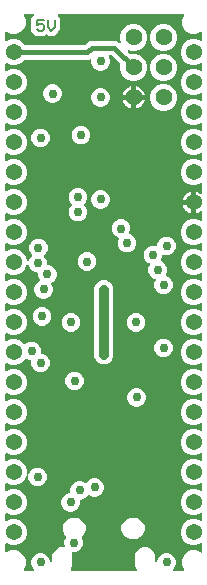
<source format=gbr>
G04 EAGLE Gerber RS-274X export*
G75*
%MOMM*%
%FSLAX34Y34*%
%LPD*%
%INCopper Layer 2*%
%IPPOS*%
%AMOC8*
5,1,8,0,0,1.08239X$1,22.5*%
G01*
%ADD10C,0.127000*%
%ADD11C,1.425000*%
%ADD12C,1.371600*%
%ADD13C,0.750000*%
%ADD14C,0.609600*%
%ADD15C,0.812800*%
%ADD16C,0.406400*%

G36*
X29452Y5339D02*
X29452Y5339D01*
X29481Y5336D01*
X29592Y5359D01*
X29704Y5375D01*
X29731Y5387D01*
X29760Y5392D01*
X29860Y5445D01*
X29963Y5491D01*
X29986Y5510D01*
X30012Y5523D01*
X30094Y5601D01*
X30180Y5674D01*
X30197Y5699D01*
X30218Y5719D01*
X30275Y5817D01*
X30338Y5911D01*
X30347Y5939D01*
X30362Y5964D01*
X30390Y6074D01*
X30424Y6182D01*
X30425Y6212D01*
X30432Y6240D01*
X30428Y6353D01*
X30431Y6466D01*
X30424Y6495D01*
X30423Y6524D01*
X30388Y6632D01*
X30359Y6741D01*
X30344Y6767D01*
X30335Y6795D01*
X30290Y6859D01*
X30214Y6986D01*
X30168Y7029D01*
X30140Y7068D01*
X28935Y8273D01*
X27745Y11146D01*
X27745Y14254D01*
X28935Y17127D01*
X31133Y19325D01*
X34006Y20515D01*
X37114Y20515D01*
X39987Y19325D01*
X42185Y17127D01*
X43375Y14254D01*
X43375Y14138D01*
X43387Y14053D01*
X43389Y13967D01*
X43407Y13913D01*
X43415Y13856D01*
X43450Y13778D01*
X43476Y13696D01*
X43508Y13649D01*
X43531Y13597D01*
X43586Y13532D01*
X43634Y13460D01*
X43678Y13423D01*
X43714Y13380D01*
X43786Y13333D01*
X43852Y13277D01*
X43904Y13254D01*
X43951Y13222D01*
X44033Y13197D01*
X44112Y13162D01*
X44168Y13154D01*
X44222Y13137D01*
X44308Y13135D01*
X44393Y13123D01*
X44449Y13131D01*
X44506Y13129D01*
X44589Y13151D01*
X44674Y13163D01*
X44726Y13187D01*
X44781Y13201D01*
X44855Y13245D01*
X44934Y13281D01*
X44977Y13317D01*
X45026Y13346D01*
X45085Y13409D01*
X45150Y13465D01*
X45176Y13507D01*
X45220Y13554D01*
X45286Y13683D01*
X45328Y13749D01*
X45469Y14090D01*
X45491Y14174D01*
X45522Y14256D01*
X45524Y14286D01*
X45530Y14304D01*
X45530Y14328D01*
X45540Y14365D01*
X45537Y14452D01*
X45544Y14539D01*
X45537Y14573D01*
X45537Y14588D01*
X45533Y14604D01*
X45532Y14649D01*
X45486Y14790D01*
X45469Y14867D01*
X45283Y15314D01*
X45283Y18722D01*
X46587Y21870D01*
X48996Y24279D01*
X52144Y25583D01*
X55067Y25583D01*
X55180Y25599D01*
X55295Y25609D01*
X55320Y25619D01*
X55348Y25623D01*
X55453Y25670D01*
X55560Y25711D01*
X55582Y25727D01*
X55607Y25739D01*
X55695Y25813D01*
X55787Y25882D01*
X55803Y25905D01*
X55824Y25922D01*
X55888Y26018D01*
X55957Y26110D01*
X55967Y26136D01*
X55982Y26159D01*
X56017Y26269D01*
X56057Y26376D01*
X56059Y26404D01*
X56068Y26430D01*
X56071Y26545D01*
X56080Y26659D01*
X56074Y26684D01*
X56075Y26714D01*
X56008Y26971D01*
X56004Y26987D01*
X55685Y27757D01*
X55685Y30866D01*
X56878Y33746D01*
X56899Y33774D01*
X56942Y33815D01*
X56985Y33887D01*
X57035Y33955D01*
X57056Y34009D01*
X57086Y34060D01*
X57106Y34141D01*
X57136Y34220D01*
X57141Y34279D01*
X57156Y34335D01*
X57153Y34419D01*
X57160Y34504D01*
X57148Y34561D01*
X57147Y34619D01*
X57121Y34700D01*
X57104Y34782D01*
X57077Y34834D01*
X57059Y34890D01*
X57019Y34946D01*
X56973Y35035D01*
X56904Y35107D01*
X56864Y35163D01*
X55477Y36550D01*
X54173Y39698D01*
X54173Y43106D01*
X55477Y46254D01*
X57886Y48663D01*
X61034Y49967D01*
X66982Y49967D01*
X70130Y48663D01*
X72539Y46254D01*
X73843Y43106D01*
X73843Y39698D01*
X72539Y36550D01*
X70488Y34500D01*
X70487Y34498D01*
X70486Y34497D01*
X70401Y34384D01*
X70317Y34272D01*
X70317Y34271D01*
X70316Y34270D01*
X70266Y34138D01*
X70216Y34007D01*
X70216Y34005D01*
X70215Y34004D01*
X70204Y33860D01*
X70192Y33724D01*
X70193Y33722D01*
X70192Y33720D01*
X70196Y33705D01*
X70206Y33656D01*
X70206Y33645D01*
X70216Y33607D01*
X70248Y33445D01*
X70262Y33418D01*
X70268Y33393D01*
X71315Y30866D01*
X71315Y27757D01*
X70125Y24885D01*
X67927Y22687D01*
X65054Y21497D01*
X62783Y21497D01*
X62669Y21481D01*
X62554Y21471D01*
X62529Y21461D01*
X62501Y21457D01*
X62396Y21410D01*
X62289Y21369D01*
X62267Y21352D01*
X62242Y21341D01*
X62154Y21267D01*
X62062Y21197D01*
X62046Y21175D01*
X62025Y21157D01*
X61961Y21062D01*
X61892Y20970D01*
X61883Y20944D01*
X61867Y20920D01*
X61832Y20811D01*
X61792Y20704D01*
X61790Y20676D01*
X61781Y20649D01*
X61778Y20535D01*
X61769Y20420D01*
X61775Y20396D01*
X61774Y20365D01*
X61841Y20108D01*
X61845Y20093D01*
X62413Y18722D01*
X62413Y15314D01*
X62227Y14867D01*
X62205Y14782D01*
X62174Y14700D01*
X62171Y14654D01*
X62166Y14640D01*
X62166Y14630D01*
X62156Y14591D01*
X62159Y14504D01*
X62152Y14417D01*
X62160Y14382D01*
X62159Y14356D01*
X62164Y14339D01*
X62164Y14307D01*
X62204Y14182D01*
X62217Y14135D01*
X62227Y14089D01*
X62413Y13642D01*
X62413Y10234D01*
X61109Y7086D01*
X61090Y7068D01*
X61073Y7044D01*
X61050Y7025D01*
X60987Y6931D01*
X60919Y6841D01*
X60909Y6813D01*
X60893Y6789D01*
X60858Y6681D01*
X60818Y6575D01*
X60816Y6546D01*
X60807Y6518D01*
X60804Y6405D01*
X60795Y6292D01*
X60800Y6263D01*
X60800Y6234D01*
X60828Y6124D01*
X60850Y6013D01*
X60864Y5987D01*
X60871Y5959D01*
X60929Y5861D01*
X60981Y5761D01*
X61002Y5739D01*
X61017Y5714D01*
X61099Y5637D01*
X61177Y5555D01*
X61202Y5540D01*
X61224Y5520D01*
X61325Y5468D01*
X61422Y5411D01*
X61451Y5404D01*
X61477Y5390D01*
X61554Y5377D01*
X61698Y5341D01*
X61760Y5343D01*
X61808Y5335D01*
X115992Y5335D01*
X116021Y5339D01*
X116050Y5336D01*
X116161Y5359D01*
X116273Y5375D01*
X116300Y5387D01*
X116329Y5392D01*
X116430Y5445D01*
X116533Y5491D01*
X116555Y5510D01*
X116581Y5523D01*
X116664Y5601D01*
X116750Y5674D01*
X116766Y5699D01*
X116787Y5719D01*
X116845Y5817D01*
X116907Y5911D01*
X116916Y5939D01*
X116931Y5964D01*
X116959Y6074D01*
X116993Y6182D01*
X116994Y6211D01*
X117001Y6240D01*
X116998Y6353D01*
X117000Y6466D01*
X116993Y6495D01*
X116992Y6524D01*
X116957Y6632D01*
X116929Y6741D01*
X116914Y6767D01*
X116905Y6795D01*
X116859Y6859D01*
X116783Y6986D01*
X116738Y7029D01*
X116710Y7068D01*
X116691Y7086D01*
X115387Y10234D01*
X115387Y13642D01*
X115573Y14089D01*
X115595Y14174D01*
X115626Y14256D01*
X115628Y14286D01*
X115634Y14304D01*
X115634Y14328D01*
X115644Y14365D01*
X115641Y14452D01*
X115648Y14539D01*
X115641Y14573D01*
X115641Y14588D01*
X115637Y14604D01*
X115636Y14649D01*
X115590Y14790D01*
X115573Y14867D01*
X115387Y15314D01*
X115387Y18722D01*
X116691Y21870D01*
X119100Y24279D01*
X122248Y25583D01*
X125656Y25583D01*
X128804Y24279D01*
X131213Y21870D01*
X132517Y18722D01*
X132517Y15314D01*
X132331Y14867D01*
X132309Y14782D01*
X132278Y14700D01*
X132275Y14654D01*
X132270Y14640D01*
X132270Y14630D01*
X132260Y14591D01*
X132263Y14504D01*
X132256Y14417D01*
X132264Y14382D01*
X132263Y14356D01*
X132268Y14339D01*
X132268Y14307D01*
X132308Y14182D01*
X132321Y14135D01*
X132331Y14090D01*
X132472Y13749D01*
X132516Y13676D01*
X132551Y13597D01*
X132588Y13554D01*
X132617Y13505D01*
X132679Y13446D01*
X132735Y13380D01*
X132782Y13349D01*
X132823Y13309D01*
X132900Y13270D01*
X132971Y13222D01*
X133025Y13205D01*
X133076Y13179D01*
X133160Y13163D01*
X133242Y13137D01*
X133299Y13135D01*
X133355Y13124D01*
X133440Y13132D01*
X133526Y13129D01*
X133581Y13144D01*
X133638Y13149D01*
X133718Y13180D01*
X133801Y13201D01*
X133850Y13230D01*
X133903Y13251D01*
X133972Y13303D01*
X134046Y13346D01*
X134085Y13388D01*
X134130Y13422D01*
X134182Y13491D01*
X134240Y13554D01*
X134266Y13604D01*
X134300Y13650D01*
X134331Y13731D01*
X134370Y13807D01*
X134378Y13856D01*
X134401Y13916D01*
X134412Y14061D01*
X134425Y14138D01*
X134425Y14254D01*
X135615Y17127D01*
X137813Y19325D01*
X140686Y20515D01*
X143794Y20515D01*
X146667Y19325D01*
X148865Y17127D01*
X150055Y14254D01*
X150055Y11146D01*
X148865Y8273D01*
X147660Y7068D01*
X147642Y7044D01*
X147620Y7025D01*
X147557Y6931D01*
X147489Y6841D01*
X147478Y6813D01*
X147462Y6789D01*
X147428Y6681D01*
X147387Y6575D01*
X147385Y6546D01*
X147376Y6518D01*
X147373Y6404D01*
X147364Y6292D01*
X147370Y6263D01*
X147369Y6234D01*
X147398Y6124D01*
X147420Y6013D01*
X147433Y5987D01*
X147441Y5959D01*
X147498Y5861D01*
X147551Y5761D01*
X147571Y5739D01*
X147586Y5714D01*
X147668Y5637D01*
X147747Y5555D01*
X147772Y5540D01*
X147793Y5520D01*
X147894Y5468D01*
X147992Y5411D01*
X148020Y5404D01*
X148046Y5390D01*
X148124Y5377D01*
X148267Y5341D01*
X148330Y5343D01*
X148377Y5335D01*
X155781Y5335D01*
X155810Y5339D01*
X155839Y5336D01*
X155950Y5359D01*
X156062Y5375D01*
X156089Y5387D01*
X156118Y5392D01*
X156218Y5445D01*
X156321Y5491D01*
X156344Y5510D01*
X156370Y5523D01*
X156452Y5601D01*
X156538Y5674D01*
X156555Y5699D01*
X156576Y5719D01*
X156633Y5817D01*
X156696Y5911D01*
X156705Y5939D01*
X156720Y5965D01*
X156748Y6074D01*
X156782Y6182D01*
X156783Y6212D01*
X156790Y6240D01*
X156786Y6353D01*
X156789Y6466D01*
X156782Y6495D01*
X156781Y6524D01*
X156746Y6632D01*
X156717Y6741D01*
X156702Y6767D01*
X156693Y6795D01*
X156648Y6859D01*
X156575Y6981D01*
X155035Y10698D01*
X155035Y14702D01*
X156568Y18401D01*
X159399Y21232D01*
X163098Y22765D01*
X167102Y22765D01*
X170846Y21214D01*
X170869Y21199D01*
X170959Y21131D01*
X170987Y21120D01*
X171011Y21104D01*
X171119Y21070D01*
X171225Y21030D01*
X171254Y21027D01*
X171282Y21018D01*
X171395Y21015D01*
X171508Y21006D01*
X171537Y21012D01*
X171566Y21011D01*
X171676Y21039D01*
X171787Y21062D01*
X171813Y21075D01*
X171841Y21083D01*
X171939Y21140D01*
X172039Y21193D01*
X172061Y21213D01*
X172086Y21228D01*
X172163Y21311D01*
X172245Y21388D01*
X172260Y21414D01*
X172280Y21435D01*
X172332Y21536D01*
X172389Y21634D01*
X172396Y21662D01*
X172410Y21688D01*
X172423Y21766D01*
X172459Y21909D01*
X172457Y21972D01*
X172465Y22019D01*
X172465Y27809D01*
X172449Y27922D01*
X172439Y28037D01*
X172429Y28063D01*
X172425Y28090D01*
X172378Y28195D01*
X172337Y28302D01*
X172321Y28324D01*
X172309Y28350D01*
X172235Y28437D01*
X172166Y28529D01*
X172143Y28545D01*
X172126Y28567D01*
X172030Y28630D01*
X171938Y28699D01*
X171912Y28709D01*
X171889Y28724D01*
X171779Y28759D01*
X171672Y28799D01*
X171644Y28802D01*
X171618Y28810D01*
X171503Y28813D01*
X171389Y28822D01*
X171364Y28816D01*
X171334Y28817D01*
X171077Y28750D01*
X171061Y28747D01*
X167273Y27177D01*
X162927Y27177D01*
X158913Y28840D01*
X155840Y31913D01*
X154177Y35927D01*
X154177Y40273D01*
X155840Y44287D01*
X158913Y47360D01*
X162927Y49023D01*
X167273Y49023D01*
X171061Y47453D01*
X171173Y47425D01*
X171282Y47390D01*
X171310Y47389D01*
X171337Y47382D01*
X171451Y47386D01*
X171566Y47383D01*
X171593Y47390D01*
X171621Y47391D01*
X171730Y47426D01*
X171841Y47455D01*
X171865Y47469D01*
X171892Y47477D01*
X171987Y47541D01*
X172086Y47600D01*
X172105Y47620D01*
X172128Y47635D01*
X172202Y47723D01*
X172280Y47807D01*
X172293Y47832D01*
X172311Y47853D01*
X172357Y47958D01*
X172410Y48060D01*
X172414Y48085D01*
X172426Y48113D01*
X172463Y48377D01*
X172465Y48391D01*
X172465Y53209D01*
X172449Y53322D01*
X172439Y53437D01*
X172429Y53463D01*
X172425Y53490D01*
X172378Y53595D01*
X172337Y53702D01*
X172321Y53724D01*
X172309Y53750D01*
X172235Y53837D01*
X172166Y53929D01*
X172143Y53945D01*
X172126Y53967D01*
X172030Y54030D01*
X171938Y54099D01*
X171912Y54109D01*
X171889Y54124D01*
X171779Y54159D01*
X171672Y54199D01*
X171644Y54202D01*
X171618Y54210D01*
X171503Y54213D01*
X171389Y54222D01*
X171364Y54216D01*
X171334Y54217D01*
X171077Y54150D01*
X171061Y54147D01*
X167273Y52577D01*
X162927Y52577D01*
X158913Y54240D01*
X155840Y57313D01*
X154177Y61327D01*
X154177Y65673D01*
X155840Y69687D01*
X158913Y72760D01*
X162927Y74423D01*
X167273Y74423D01*
X171061Y72853D01*
X171173Y72825D01*
X171282Y72790D01*
X171310Y72789D01*
X171337Y72782D01*
X171451Y72786D01*
X171566Y72783D01*
X171593Y72790D01*
X171621Y72791D01*
X171730Y72826D01*
X171841Y72855D01*
X171865Y72869D01*
X171892Y72877D01*
X171987Y72941D01*
X172086Y73000D01*
X172105Y73020D01*
X172128Y73035D01*
X172202Y73123D01*
X172280Y73207D01*
X172293Y73232D01*
X172311Y73253D01*
X172357Y73358D01*
X172410Y73460D01*
X172414Y73485D01*
X172426Y73513D01*
X172463Y73777D01*
X172465Y73791D01*
X172465Y78609D01*
X172449Y78722D01*
X172439Y78837D01*
X172429Y78863D01*
X172425Y78890D01*
X172378Y78995D01*
X172337Y79102D01*
X172321Y79124D01*
X172309Y79150D01*
X172235Y79237D01*
X172166Y79329D01*
X172143Y79345D01*
X172126Y79367D01*
X172030Y79430D01*
X171938Y79499D01*
X171912Y79509D01*
X171889Y79524D01*
X171779Y79559D01*
X171672Y79599D01*
X171644Y79602D01*
X171618Y79610D01*
X171503Y79613D01*
X171389Y79622D01*
X171364Y79616D01*
X171334Y79617D01*
X171077Y79550D01*
X171061Y79547D01*
X167273Y77977D01*
X162927Y77977D01*
X158913Y79640D01*
X155840Y82713D01*
X154177Y86727D01*
X154177Y91073D01*
X155840Y95087D01*
X158913Y98160D01*
X162927Y99823D01*
X167273Y99823D01*
X171061Y98253D01*
X171173Y98225D01*
X171282Y98190D01*
X171310Y98189D01*
X171337Y98182D01*
X171451Y98186D01*
X171566Y98183D01*
X171593Y98190D01*
X171621Y98191D01*
X171730Y98226D01*
X171841Y98255D01*
X171865Y98269D01*
X171892Y98277D01*
X171987Y98341D01*
X172086Y98400D01*
X172105Y98420D01*
X172128Y98435D01*
X172202Y98523D01*
X172280Y98607D01*
X172293Y98632D01*
X172311Y98653D01*
X172357Y98758D01*
X172410Y98860D01*
X172414Y98885D01*
X172426Y98913D01*
X172463Y99177D01*
X172465Y99191D01*
X172465Y104009D01*
X172449Y104122D01*
X172439Y104237D01*
X172429Y104263D01*
X172425Y104290D01*
X172378Y104395D01*
X172337Y104502D01*
X172321Y104524D01*
X172309Y104550D01*
X172235Y104637D01*
X172166Y104729D01*
X172143Y104745D01*
X172126Y104767D01*
X172030Y104830D01*
X171938Y104899D01*
X171912Y104909D01*
X171889Y104924D01*
X171779Y104959D01*
X171672Y104999D01*
X171644Y105002D01*
X171618Y105010D01*
X171503Y105013D01*
X171389Y105022D01*
X171364Y105016D01*
X171334Y105017D01*
X171077Y104950D01*
X171061Y104947D01*
X167273Y103377D01*
X162927Y103377D01*
X158913Y105040D01*
X155840Y108113D01*
X154177Y112127D01*
X154177Y116473D01*
X155840Y120487D01*
X158913Y123560D01*
X162927Y125223D01*
X167273Y125223D01*
X171061Y123653D01*
X171173Y123625D01*
X171282Y123590D01*
X171310Y123589D01*
X171337Y123582D01*
X171451Y123586D01*
X171566Y123583D01*
X171593Y123590D01*
X171621Y123591D01*
X171730Y123626D01*
X171841Y123655D01*
X171865Y123669D01*
X171892Y123677D01*
X171987Y123741D01*
X172086Y123800D01*
X172105Y123820D01*
X172128Y123835D01*
X172202Y123923D01*
X172280Y124007D01*
X172293Y124032D01*
X172311Y124053D01*
X172357Y124158D01*
X172410Y124260D01*
X172414Y124285D01*
X172426Y124313D01*
X172463Y124577D01*
X172465Y124591D01*
X172465Y129409D01*
X172449Y129522D01*
X172439Y129637D01*
X172429Y129663D01*
X172425Y129690D01*
X172378Y129795D01*
X172337Y129902D01*
X172321Y129924D01*
X172309Y129950D01*
X172235Y130037D01*
X172166Y130129D01*
X172143Y130145D01*
X172126Y130167D01*
X172030Y130230D01*
X171938Y130299D01*
X171912Y130309D01*
X171889Y130324D01*
X171779Y130359D01*
X171672Y130399D01*
X171644Y130402D01*
X171618Y130410D01*
X171503Y130413D01*
X171389Y130422D01*
X171364Y130416D01*
X171334Y130417D01*
X171077Y130350D01*
X171061Y130347D01*
X167273Y128777D01*
X162927Y128777D01*
X158913Y130440D01*
X155840Y133513D01*
X154177Y137527D01*
X154177Y141873D01*
X155840Y145887D01*
X158913Y148960D01*
X162927Y150623D01*
X167273Y150623D01*
X171061Y149053D01*
X171173Y149025D01*
X171282Y148990D01*
X171310Y148989D01*
X171337Y148982D01*
X171451Y148986D01*
X171566Y148983D01*
X171593Y148990D01*
X171621Y148991D01*
X171730Y149026D01*
X171841Y149055D01*
X171865Y149069D01*
X171892Y149077D01*
X171987Y149141D01*
X172086Y149200D01*
X172105Y149220D01*
X172128Y149236D01*
X172202Y149323D01*
X172280Y149407D01*
X172293Y149432D01*
X172311Y149453D01*
X172357Y149558D01*
X172410Y149660D01*
X172414Y149685D01*
X172426Y149713D01*
X172463Y149977D01*
X172465Y149991D01*
X172465Y154809D01*
X172449Y154922D01*
X172439Y155037D01*
X172429Y155063D01*
X172425Y155090D01*
X172378Y155195D01*
X172337Y155302D01*
X172321Y155324D01*
X172309Y155350D01*
X172235Y155437D01*
X172166Y155529D01*
X172143Y155545D01*
X172126Y155567D01*
X172030Y155630D01*
X171938Y155699D01*
X171912Y155709D01*
X171889Y155724D01*
X171779Y155759D01*
X171672Y155799D01*
X171644Y155802D01*
X171618Y155810D01*
X171503Y155813D01*
X171389Y155822D01*
X171364Y155816D01*
X171334Y155817D01*
X171077Y155750D01*
X171061Y155747D01*
X167273Y154177D01*
X162927Y154177D01*
X158913Y155840D01*
X155840Y158913D01*
X154177Y162927D01*
X154177Y167273D01*
X155840Y171287D01*
X158913Y174360D01*
X162927Y176023D01*
X167273Y176023D01*
X171061Y174453D01*
X171173Y174425D01*
X171282Y174390D01*
X171310Y174389D01*
X171337Y174382D01*
X171451Y174386D01*
X171566Y174383D01*
X171593Y174390D01*
X171621Y174391D01*
X171730Y174426D01*
X171841Y174455D01*
X171865Y174469D01*
X171892Y174477D01*
X171987Y174541D01*
X172086Y174600D01*
X172105Y174620D01*
X172128Y174636D01*
X172202Y174723D01*
X172280Y174807D01*
X172293Y174832D01*
X172311Y174853D01*
X172357Y174958D01*
X172410Y175060D01*
X172414Y175085D01*
X172426Y175113D01*
X172463Y175377D01*
X172465Y175391D01*
X172465Y180209D01*
X172449Y180322D01*
X172439Y180437D01*
X172429Y180463D01*
X172425Y180490D01*
X172378Y180595D01*
X172337Y180702D01*
X172321Y180724D01*
X172309Y180750D01*
X172235Y180837D01*
X172166Y180929D01*
X172143Y180945D01*
X172126Y180967D01*
X172030Y181030D01*
X171938Y181099D01*
X171912Y181109D01*
X171889Y181124D01*
X171779Y181159D01*
X171672Y181199D01*
X171644Y181202D01*
X171618Y181210D01*
X171503Y181213D01*
X171389Y181222D01*
X171364Y181216D01*
X171334Y181217D01*
X171077Y181150D01*
X171061Y181147D01*
X167273Y179577D01*
X162927Y179577D01*
X158913Y181240D01*
X155840Y184313D01*
X154177Y188327D01*
X154177Y192673D01*
X155840Y196687D01*
X158913Y199760D01*
X162927Y201423D01*
X167273Y201423D01*
X171061Y199853D01*
X171173Y199825D01*
X171282Y199790D01*
X171310Y199789D01*
X171337Y199782D01*
X171451Y199786D01*
X171566Y199783D01*
X171593Y199790D01*
X171621Y199791D01*
X171730Y199826D01*
X171841Y199855D01*
X171865Y199869D01*
X171892Y199877D01*
X171987Y199941D01*
X172086Y200000D01*
X172105Y200020D01*
X172128Y200036D01*
X172202Y200123D01*
X172280Y200207D01*
X172293Y200232D01*
X172311Y200253D01*
X172357Y200358D01*
X172410Y200460D01*
X172414Y200485D01*
X172426Y200513D01*
X172463Y200777D01*
X172465Y200791D01*
X172465Y205609D01*
X172449Y205722D01*
X172439Y205837D01*
X172429Y205863D01*
X172425Y205890D01*
X172378Y205995D01*
X172337Y206102D01*
X172321Y206124D01*
X172309Y206150D01*
X172235Y206237D01*
X172166Y206329D01*
X172143Y206345D01*
X172126Y206367D01*
X172030Y206430D01*
X171938Y206499D01*
X171912Y206509D01*
X171889Y206524D01*
X171779Y206559D01*
X171672Y206599D01*
X171644Y206602D01*
X171618Y206610D01*
X171503Y206613D01*
X171389Y206622D01*
X171364Y206616D01*
X171334Y206617D01*
X171077Y206550D01*
X171061Y206547D01*
X167273Y204977D01*
X162927Y204977D01*
X158913Y206640D01*
X155840Y209713D01*
X154177Y213727D01*
X154177Y218073D01*
X155840Y222087D01*
X158913Y225160D01*
X162927Y226823D01*
X167273Y226823D01*
X171061Y225253D01*
X171173Y225225D01*
X171282Y225190D01*
X171310Y225189D01*
X171337Y225182D01*
X171451Y225186D01*
X171566Y225183D01*
X171593Y225190D01*
X171621Y225191D01*
X171730Y225226D01*
X171841Y225255D01*
X171865Y225269D01*
X171892Y225277D01*
X171987Y225341D01*
X172086Y225400D01*
X172105Y225420D01*
X172128Y225436D01*
X172202Y225523D01*
X172280Y225607D01*
X172293Y225632D01*
X172311Y225653D01*
X172357Y225758D01*
X172410Y225860D01*
X172414Y225885D01*
X172426Y225913D01*
X172463Y226177D01*
X172465Y226191D01*
X172465Y231009D01*
X172449Y231122D01*
X172439Y231237D01*
X172429Y231263D01*
X172425Y231290D01*
X172378Y231395D01*
X172337Y231502D01*
X172321Y231524D01*
X172309Y231550D01*
X172235Y231637D01*
X172166Y231729D01*
X172143Y231745D01*
X172126Y231767D01*
X172030Y231830D01*
X171938Y231899D01*
X171912Y231909D01*
X171889Y231924D01*
X171779Y231959D01*
X171672Y231999D01*
X171644Y232002D01*
X171618Y232010D01*
X171503Y232013D01*
X171389Y232022D01*
X171364Y232016D01*
X171334Y232017D01*
X171077Y231950D01*
X171061Y231947D01*
X167273Y230377D01*
X162927Y230377D01*
X158913Y232040D01*
X155840Y235113D01*
X154177Y239127D01*
X154177Y243473D01*
X155840Y247487D01*
X158913Y250560D01*
X162927Y252223D01*
X167273Y252223D01*
X171061Y250653D01*
X171173Y250625D01*
X171282Y250590D01*
X171310Y250589D01*
X171337Y250582D01*
X171451Y250586D01*
X171566Y250583D01*
X171593Y250590D01*
X171621Y250591D01*
X171730Y250626D01*
X171841Y250655D01*
X171865Y250669D01*
X171892Y250677D01*
X171987Y250741D01*
X172086Y250800D01*
X172105Y250820D01*
X172128Y250836D01*
X172202Y250923D01*
X172280Y251007D01*
X172293Y251032D01*
X172311Y251053D01*
X172357Y251158D01*
X172410Y251260D01*
X172414Y251285D01*
X172426Y251313D01*
X172463Y251577D01*
X172465Y251591D01*
X172465Y256409D01*
X172449Y256522D01*
X172439Y256637D01*
X172429Y256663D01*
X172425Y256690D01*
X172378Y256795D01*
X172337Y256902D01*
X172321Y256924D01*
X172309Y256950D01*
X172235Y257037D01*
X172166Y257129D01*
X172143Y257145D01*
X172126Y257167D01*
X172030Y257230D01*
X171938Y257299D01*
X171912Y257309D01*
X171889Y257324D01*
X171779Y257359D01*
X171672Y257399D01*
X171644Y257402D01*
X171618Y257410D01*
X171503Y257413D01*
X171389Y257422D01*
X171364Y257416D01*
X171334Y257417D01*
X171077Y257350D01*
X171061Y257347D01*
X167273Y255777D01*
X162927Y255777D01*
X158913Y257440D01*
X155840Y260513D01*
X154177Y264527D01*
X154177Y268873D01*
X155840Y272887D01*
X158913Y275960D01*
X162927Y277623D01*
X167273Y277623D01*
X171061Y276053D01*
X171173Y276025D01*
X171282Y275990D01*
X171310Y275989D01*
X171337Y275982D01*
X171451Y275986D01*
X171566Y275983D01*
X171593Y275990D01*
X171621Y275991D01*
X171730Y276026D01*
X171841Y276055D01*
X171865Y276069D01*
X171892Y276077D01*
X171987Y276141D01*
X172086Y276200D01*
X172105Y276220D01*
X172128Y276236D01*
X172202Y276323D01*
X172280Y276407D01*
X172293Y276432D01*
X172311Y276453D01*
X172357Y276558D01*
X172410Y276660D01*
X172414Y276685D01*
X172426Y276713D01*
X172463Y276977D01*
X172465Y276991D01*
X172465Y281809D01*
X172449Y281922D01*
X172439Y282037D01*
X172429Y282063D01*
X172425Y282090D01*
X172378Y282195D01*
X172337Y282302D01*
X172321Y282324D01*
X172309Y282350D01*
X172235Y282437D01*
X172166Y282529D01*
X172143Y282545D01*
X172126Y282567D01*
X172030Y282630D01*
X171938Y282699D01*
X171912Y282709D01*
X171889Y282724D01*
X171779Y282759D01*
X171672Y282799D01*
X171644Y282802D01*
X171618Y282810D01*
X171503Y282813D01*
X171389Y282822D01*
X171364Y282816D01*
X171334Y282817D01*
X171077Y282750D01*
X171061Y282747D01*
X167273Y281177D01*
X162927Y281177D01*
X158913Y282840D01*
X155840Y285913D01*
X154177Y289927D01*
X154177Y294273D01*
X155840Y298287D01*
X158913Y301360D01*
X162927Y303023D01*
X167273Y303023D01*
X171061Y301453D01*
X171173Y301425D01*
X171282Y301390D01*
X171310Y301389D01*
X171337Y301382D01*
X171451Y301386D01*
X171566Y301383D01*
X171593Y301390D01*
X171621Y301391D01*
X171730Y301426D01*
X171841Y301455D01*
X171865Y301469D01*
X171892Y301477D01*
X171987Y301541D01*
X172086Y301600D01*
X172105Y301620D01*
X172128Y301636D01*
X172202Y301723D01*
X172280Y301807D01*
X172293Y301832D01*
X172311Y301853D01*
X172357Y301958D01*
X172410Y302060D01*
X172414Y302085D01*
X172426Y302113D01*
X172463Y302377D01*
X172465Y302391D01*
X172465Y309241D01*
X172452Y309332D01*
X172449Y309424D01*
X172433Y309472D01*
X172425Y309523D01*
X172388Y309607D01*
X172359Y309694D01*
X172330Y309736D01*
X172309Y309782D01*
X172250Y309852D01*
X172198Y309928D01*
X172158Y309960D01*
X172126Y309999D01*
X172049Y310050D01*
X171978Y310108D01*
X171931Y310129D01*
X171889Y310157D01*
X171801Y310184D01*
X171717Y310221D01*
X171666Y310227D01*
X171618Y310242D01*
X171526Y310245D01*
X171435Y310256D01*
X171384Y310248D01*
X171334Y310250D01*
X171245Y310227D01*
X171154Y310212D01*
X171114Y310192D01*
X171059Y310178D01*
X170922Y310097D01*
X170853Y310063D01*
X170026Y309461D01*
X168708Y308790D01*
X167301Y308333D01*
X167131Y308306D01*
X167131Y316484D01*
X167123Y316542D01*
X167125Y316600D01*
X167103Y316682D01*
X167091Y316765D01*
X167067Y316819D01*
X167053Y316875D01*
X167010Y316948D01*
X166975Y317025D01*
X166937Y317069D01*
X166907Y317120D01*
X166846Y317177D01*
X166791Y317242D01*
X166743Y317274D01*
X166700Y317314D01*
X166625Y317353D01*
X166555Y317399D01*
X166499Y317417D01*
X166447Y317444D01*
X166379Y317455D01*
X166284Y317485D01*
X166184Y317488D01*
X166116Y317499D01*
X165099Y317499D01*
X165099Y317501D01*
X166116Y317501D01*
X166174Y317509D01*
X166232Y317508D01*
X166314Y317529D01*
X166397Y317541D01*
X166451Y317565D01*
X166507Y317579D01*
X166580Y317622D01*
X166657Y317657D01*
X166702Y317695D01*
X166752Y317725D01*
X166810Y317786D01*
X166874Y317841D01*
X166906Y317889D01*
X166946Y317932D01*
X166985Y318007D01*
X167031Y318077D01*
X167049Y318133D01*
X167076Y318185D01*
X167087Y318253D01*
X167117Y318348D01*
X167120Y318448D01*
X167131Y318516D01*
X167131Y326694D01*
X167301Y326667D01*
X168708Y326210D01*
X170026Y325539D01*
X170853Y324937D01*
X170935Y324894D01*
X171011Y324843D01*
X171060Y324828D01*
X171104Y324804D01*
X171194Y324785D01*
X171282Y324758D01*
X171333Y324756D01*
X171383Y324746D01*
X171474Y324753D01*
X171566Y324750D01*
X171616Y324763D01*
X171666Y324767D01*
X171752Y324799D01*
X171841Y324822D01*
X171885Y324848D01*
X171933Y324866D01*
X172007Y324920D01*
X172086Y324967D01*
X172121Y325004D01*
X172161Y325035D01*
X172217Y325108D01*
X172280Y325175D01*
X172303Y325220D01*
X172334Y325260D01*
X172368Y325346D01*
X172410Y325428D01*
X172417Y325472D01*
X172438Y325525D01*
X172453Y325683D01*
X172465Y325759D01*
X172465Y332609D01*
X172449Y332722D01*
X172439Y332837D01*
X172429Y332863D01*
X172425Y332890D01*
X172378Y332995D01*
X172337Y333102D01*
X172321Y333124D01*
X172309Y333150D01*
X172235Y333237D01*
X172166Y333329D01*
X172143Y333345D01*
X172126Y333367D01*
X172030Y333430D01*
X171938Y333499D01*
X171912Y333509D01*
X171889Y333524D01*
X171779Y333559D01*
X171672Y333599D01*
X171644Y333602D01*
X171618Y333610D01*
X171503Y333613D01*
X171389Y333622D01*
X171364Y333616D01*
X171334Y333617D01*
X171077Y333550D01*
X171061Y333547D01*
X167273Y331977D01*
X162927Y331977D01*
X158913Y333640D01*
X155840Y336713D01*
X154177Y340727D01*
X154177Y345073D01*
X155840Y349087D01*
X158913Y352160D01*
X162927Y353823D01*
X167273Y353823D01*
X171061Y352253D01*
X171173Y352225D01*
X171282Y352190D01*
X171310Y352189D01*
X171337Y352182D01*
X171451Y352186D01*
X171566Y352183D01*
X171593Y352190D01*
X171621Y352191D01*
X171730Y352226D01*
X171841Y352255D01*
X171865Y352269D01*
X171892Y352277D01*
X171987Y352341D01*
X172086Y352400D01*
X172105Y352420D01*
X172128Y352436D01*
X172202Y352523D01*
X172280Y352607D01*
X172293Y352632D01*
X172311Y352653D01*
X172357Y352758D01*
X172410Y352860D01*
X172414Y352885D01*
X172426Y352913D01*
X172463Y353177D01*
X172465Y353191D01*
X172465Y358009D01*
X172449Y358122D01*
X172439Y358237D01*
X172429Y358263D01*
X172425Y358290D01*
X172378Y358395D01*
X172337Y358502D01*
X172321Y358524D01*
X172309Y358550D01*
X172235Y358637D01*
X172166Y358729D01*
X172143Y358745D01*
X172126Y358767D01*
X172030Y358830D01*
X171938Y358899D01*
X171912Y358909D01*
X171889Y358924D01*
X171779Y358959D01*
X171672Y358999D01*
X171644Y359002D01*
X171618Y359010D01*
X171503Y359013D01*
X171389Y359022D01*
X171364Y359016D01*
X171334Y359017D01*
X171077Y358950D01*
X171061Y358947D01*
X167273Y357377D01*
X162927Y357377D01*
X158913Y359040D01*
X155840Y362113D01*
X154177Y366127D01*
X154177Y370473D01*
X155840Y374487D01*
X158913Y377560D01*
X162927Y379223D01*
X167273Y379223D01*
X171061Y377653D01*
X171173Y377625D01*
X171282Y377590D01*
X171310Y377589D01*
X171337Y377582D01*
X171451Y377586D01*
X171566Y377583D01*
X171593Y377590D01*
X171621Y377591D01*
X171730Y377626D01*
X171841Y377655D01*
X171865Y377669D01*
X171892Y377677D01*
X171987Y377741D01*
X172086Y377800D01*
X172105Y377820D01*
X172128Y377835D01*
X172202Y377923D01*
X172280Y378007D01*
X172293Y378032D01*
X172311Y378053D01*
X172357Y378158D01*
X172410Y378260D01*
X172414Y378285D01*
X172426Y378313D01*
X172463Y378577D01*
X172465Y378591D01*
X172465Y383409D01*
X172449Y383522D01*
X172439Y383637D01*
X172429Y383663D01*
X172425Y383690D01*
X172378Y383795D01*
X172337Y383902D01*
X172321Y383924D01*
X172309Y383950D01*
X172235Y384037D01*
X172166Y384129D01*
X172143Y384145D01*
X172126Y384167D01*
X172030Y384230D01*
X171938Y384299D01*
X171912Y384309D01*
X171889Y384324D01*
X171779Y384359D01*
X171672Y384399D01*
X171644Y384402D01*
X171618Y384410D01*
X171503Y384413D01*
X171389Y384422D01*
X171364Y384416D01*
X171334Y384417D01*
X171077Y384350D01*
X171061Y384347D01*
X167273Y382777D01*
X162927Y382777D01*
X158913Y384440D01*
X155840Y387513D01*
X154177Y391527D01*
X154177Y395873D01*
X155840Y399887D01*
X158913Y402960D01*
X162927Y404623D01*
X167273Y404623D01*
X171061Y403053D01*
X171173Y403025D01*
X171282Y402990D01*
X171310Y402989D01*
X171337Y402982D01*
X171451Y402986D01*
X171566Y402983D01*
X171593Y402990D01*
X171621Y402991D01*
X171730Y403026D01*
X171841Y403055D01*
X171865Y403069D01*
X171892Y403077D01*
X171987Y403141D01*
X172086Y403200D01*
X172105Y403220D01*
X172128Y403235D01*
X172202Y403323D01*
X172280Y403407D01*
X172293Y403432D01*
X172311Y403453D01*
X172357Y403558D01*
X172410Y403660D01*
X172414Y403685D01*
X172426Y403713D01*
X172463Y403977D01*
X172465Y403991D01*
X172465Y408809D01*
X172449Y408922D01*
X172439Y409037D01*
X172429Y409063D01*
X172425Y409090D01*
X172378Y409195D01*
X172337Y409302D01*
X172321Y409324D01*
X172309Y409350D01*
X172235Y409437D01*
X172166Y409529D01*
X172143Y409545D01*
X172126Y409567D01*
X172030Y409630D01*
X171938Y409699D01*
X171912Y409709D01*
X171889Y409724D01*
X171779Y409759D01*
X171672Y409799D01*
X171644Y409802D01*
X171618Y409810D01*
X171503Y409813D01*
X171389Y409822D01*
X171364Y409816D01*
X171334Y409817D01*
X171077Y409750D01*
X171061Y409747D01*
X167273Y408177D01*
X162927Y408177D01*
X158913Y409840D01*
X155840Y412913D01*
X154177Y416927D01*
X154177Y421273D01*
X155840Y425287D01*
X158913Y428360D01*
X162927Y430023D01*
X167273Y430023D01*
X171061Y428453D01*
X171173Y428425D01*
X171282Y428390D01*
X171310Y428389D01*
X171337Y428382D01*
X171451Y428386D01*
X171566Y428383D01*
X171593Y428390D01*
X171621Y428391D01*
X171730Y428426D01*
X171841Y428455D01*
X171865Y428469D01*
X171892Y428477D01*
X171987Y428541D01*
X172086Y428600D01*
X172105Y428620D01*
X172128Y428635D01*
X172202Y428723D01*
X172280Y428807D01*
X172293Y428832D01*
X172311Y428853D01*
X172357Y428958D01*
X172410Y429060D01*
X172414Y429085D01*
X172426Y429113D01*
X172463Y429377D01*
X172465Y429391D01*
X172465Y434209D01*
X172449Y434322D01*
X172439Y434437D01*
X172429Y434463D01*
X172425Y434490D01*
X172378Y434595D01*
X172337Y434702D01*
X172321Y434724D01*
X172309Y434750D01*
X172235Y434837D01*
X172166Y434929D01*
X172143Y434945D01*
X172126Y434967D01*
X172030Y435030D01*
X171938Y435099D01*
X171912Y435109D01*
X171889Y435124D01*
X171779Y435159D01*
X171672Y435199D01*
X171644Y435202D01*
X171618Y435210D01*
X171503Y435213D01*
X171389Y435222D01*
X171364Y435216D01*
X171334Y435217D01*
X171077Y435150D01*
X171061Y435147D01*
X167273Y433577D01*
X162927Y433577D01*
X158913Y435240D01*
X155840Y438313D01*
X154177Y442327D01*
X154177Y446673D01*
X155840Y450687D01*
X158913Y453760D01*
X162927Y455423D01*
X167273Y455423D01*
X171061Y453853D01*
X171173Y453825D01*
X171282Y453790D01*
X171310Y453789D01*
X171337Y453782D01*
X171451Y453786D01*
X171566Y453783D01*
X171593Y453790D01*
X171621Y453791D01*
X171730Y453826D01*
X171841Y453855D01*
X171865Y453869D01*
X171892Y453877D01*
X171987Y453941D01*
X172086Y454000D01*
X172105Y454020D01*
X172128Y454035D01*
X172202Y454123D01*
X172280Y454207D01*
X172293Y454232D01*
X172311Y454253D01*
X172357Y454358D01*
X172410Y454460D01*
X172414Y454485D01*
X172426Y454513D01*
X172463Y454777D01*
X172465Y454791D01*
X172465Y460581D01*
X172461Y460610D01*
X172464Y460639D01*
X172441Y460750D01*
X172425Y460862D01*
X172413Y460889D01*
X172408Y460918D01*
X172355Y461018D01*
X172309Y461121D01*
X172290Y461144D01*
X172277Y461170D01*
X172199Y461252D01*
X172126Y461338D01*
X172101Y461355D01*
X172081Y461376D01*
X171983Y461433D01*
X171889Y461496D01*
X171861Y461505D01*
X171835Y461520D01*
X171726Y461548D01*
X171618Y461582D01*
X171588Y461583D01*
X171560Y461590D01*
X171447Y461586D01*
X171334Y461589D01*
X171305Y461582D01*
X171276Y461581D01*
X171168Y461546D01*
X171059Y461517D01*
X171033Y461502D01*
X171005Y461493D01*
X170941Y461448D01*
X170819Y461375D01*
X167102Y459835D01*
X163098Y459835D01*
X159399Y461368D01*
X156568Y464199D01*
X155035Y467898D01*
X155035Y471902D01*
X156586Y475646D01*
X156601Y475669D01*
X156669Y475759D01*
X156680Y475787D01*
X156696Y475811D01*
X156730Y475919D01*
X156770Y476025D01*
X156773Y476054D01*
X156782Y476082D01*
X156785Y476195D01*
X156794Y476308D01*
X156788Y476337D01*
X156789Y476366D01*
X156761Y476476D01*
X156738Y476587D01*
X156725Y476613D01*
X156717Y476641D01*
X156660Y476739D01*
X156607Y476839D01*
X156587Y476861D01*
X156572Y476886D01*
X156489Y476963D01*
X156412Y477045D01*
X156386Y477060D01*
X156365Y477080D01*
X156264Y477132D01*
X156166Y477189D01*
X156138Y477196D01*
X156112Y477210D01*
X156034Y477223D01*
X155891Y477259D01*
X155828Y477257D01*
X155781Y477265D01*
X51317Y477265D01*
X51288Y477261D01*
X51258Y477264D01*
X51147Y477241D01*
X51035Y477225D01*
X51008Y477213D01*
X50980Y477208D01*
X50879Y477155D01*
X50776Y477109D01*
X50753Y477090D01*
X50727Y477077D01*
X50645Y476999D01*
X50559Y476926D01*
X50543Y476901D01*
X50521Y476881D01*
X50464Y476783D01*
X50401Y476689D01*
X50392Y476661D01*
X50378Y476636D01*
X50350Y476526D01*
X50315Y476418D01*
X50315Y476388D01*
X50307Y476360D01*
X50311Y476247D01*
X50308Y476134D01*
X50316Y476105D01*
X50316Y476076D01*
X50351Y475968D01*
X50380Y475859D01*
X50395Y475833D01*
X50404Y475805D01*
X50449Y475742D01*
X50525Y475614D01*
X50571Y475571D01*
X50599Y475532D01*
X52372Y473759D01*
X52372Y463934D01*
X50595Y462158D01*
X50595Y462157D01*
X49321Y460884D01*
X46653Y458215D01*
X42759Y458215D01*
X41488Y459487D01*
X41441Y459522D01*
X41401Y459564D01*
X41328Y459607D01*
X41261Y459658D01*
X41206Y459679D01*
X41155Y459708D01*
X41074Y459729D01*
X40995Y459759D01*
X40937Y459764D01*
X40880Y459778D01*
X40796Y459776D01*
X40712Y459782D01*
X40654Y459771D01*
X40596Y459769D01*
X40515Y459743D01*
X40433Y459727D01*
X40381Y459700D01*
X40325Y459682D01*
X40269Y459642D01*
X40181Y459596D01*
X40108Y459527D01*
X40052Y459487D01*
X39966Y459401D01*
X38780Y458215D01*
X36858Y458215D01*
X31921Y458215D01*
X27685Y462451D01*
X27685Y466015D01*
X27676Y466081D01*
X27677Y466148D01*
X27658Y466209D01*
X27645Y466296D01*
X27600Y466398D01*
X27578Y466469D01*
X27311Y467003D01*
X27633Y467970D01*
X27647Y468048D01*
X27670Y468121D01*
X27672Y468182D01*
X27684Y468250D01*
X27682Y468273D01*
X27685Y468291D01*
X27685Y473759D01*
X29458Y475532D01*
X29476Y475556D01*
X29498Y475575D01*
X29561Y475669D01*
X29629Y475759D01*
X29639Y475787D01*
X29656Y475811D01*
X29690Y475919D01*
X29730Y476025D01*
X29733Y476054D01*
X29742Y476082D01*
X29744Y476196D01*
X29754Y476308D01*
X29748Y476337D01*
X29749Y476366D01*
X29720Y476476D01*
X29698Y476587D01*
X29684Y476613D01*
X29677Y476641D01*
X29619Y476739D01*
X29567Y476839D01*
X29547Y476861D01*
X29532Y476886D01*
X29449Y476963D01*
X29371Y477045D01*
X29346Y477060D01*
X29324Y477080D01*
X29224Y477132D01*
X29126Y477189D01*
X29097Y477196D01*
X29071Y477210D01*
X28994Y477223D01*
X28850Y477259D01*
X28788Y477257D01*
X28740Y477265D01*
X22019Y477265D01*
X21990Y477261D01*
X21961Y477264D01*
X21850Y477241D01*
X21738Y477225D01*
X21711Y477213D01*
X21682Y477208D01*
X21582Y477155D01*
X21479Y477109D01*
X21456Y477090D01*
X21430Y477077D01*
X21348Y476999D01*
X21262Y476926D01*
X21245Y476901D01*
X21224Y476881D01*
X21167Y476783D01*
X21104Y476689D01*
X21095Y476661D01*
X21080Y476635D01*
X21052Y476526D01*
X21018Y476418D01*
X21017Y476388D01*
X21010Y476360D01*
X21014Y476247D01*
X21011Y476134D01*
X21018Y476105D01*
X21019Y476076D01*
X21054Y475968D01*
X21083Y475859D01*
X21098Y475833D01*
X21107Y475805D01*
X21152Y475741D01*
X21225Y475619D01*
X22765Y471902D01*
X22765Y467898D01*
X21232Y464199D01*
X18401Y461368D01*
X14702Y459835D01*
X10698Y459835D01*
X6954Y461386D01*
X6931Y461401D01*
X6841Y461469D01*
X6813Y461480D01*
X6789Y461496D01*
X6681Y461530D01*
X6575Y461570D01*
X6546Y461573D01*
X6518Y461582D01*
X6405Y461585D01*
X6292Y461594D01*
X6263Y461588D01*
X6234Y461589D01*
X6124Y461561D01*
X6013Y461538D01*
X5987Y461525D01*
X5959Y461517D01*
X5861Y461460D01*
X5761Y461407D01*
X5739Y461387D01*
X5714Y461372D01*
X5637Y461289D01*
X5555Y461212D01*
X5540Y461186D01*
X5520Y461165D01*
X5468Y461064D01*
X5411Y460966D01*
X5404Y460938D01*
X5390Y460912D01*
X5377Y460834D01*
X5341Y460691D01*
X5343Y460628D01*
X5335Y460581D01*
X5335Y454791D01*
X5351Y454678D01*
X5361Y454563D01*
X5371Y454537D01*
X5375Y454510D01*
X5422Y454405D01*
X5463Y454298D01*
X5479Y454276D01*
X5491Y454250D01*
X5565Y454163D01*
X5634Y454071D01*
X5657Y454055D01*
X5674Y454033D01*
X5770Y453970D01*
X5862Y453901D01*
X5888Y453891D01*
X5911Y453876D01*
X6021Y453841D01*
X6128Y453801D01*
X6156Y453798D01*
X6182Y453790D01*
X6297Y453787D01*
X6411Y453778D01*
X6436Y453784D01*
X6466Y453783D01*
X6723Y453850D01*
X6739Y453853D01*
X10527Y455423D01*
X14873Y455423D01*
X18887Y453760D01*
X21753Y450894D01*
X21823Y450842D01*
X21887Y450782D01*
X21936Y450756D01*
X21980Y450723D01*
X22062Y450692D01*
X22140Y450652D01*
X22187Y450644D01*
X22246Y450622D01*
X22394Y450610D01*
X22471Y450597D01*
X71984Y450597D01*
X72071Y450609D01*
X72158Y450612D01*
X72211Y450629D01*
X72266Y450637D01*
X72345Y450672D01*
X72429Y450699D01*
X72468Y450727D01*
X72525Y450753D01*
X72638Y450849D01*
X72702Y450894D01*
X75286Y453479D01*
X77527Y454407D01*
X99003Y454407D01*
X101244Y453479D01*
X101879Y452843D01*
X101947Y452792D01*
X102010Y452733D01*
X102060Y452707D01*
X102106Y452672D01*
X102186Y452642D01*
X102263Y452602D01*
X102318Y452591D01*
X102372Y452571D01*
X102457Y452564D01*
X102542Y452547D01*
X102598Y452552D01*
X102655Y452548D01*
X102739Y452564D01*
X102825Y452572D01*
X102878Y452592D01*
X102934Y452603D01*
X103010Y452643D01*
X103090Y452674D01*
X103135Y452708D01*
X103186Y452734D01*
X103248Y452794D01*
X103317Y452846D01*
X103351Y452891D01*
X103392Y452930D01*
X103435Y453004D01*
X103487Y453073D01*
X103507Y453127D01*
X103536Y453176D01*
X103557Y453259D01*
X103587Y453339D01*
X103592Y453396D01*
X103606Y453451D01*
X103603Y453537D01*
X103610Y453623D01*
X103599Y453671D01*
X103597Y453735D01*
X103552Y453873D01*
X103535Y453950D01*
X103110Y454974D01*
X103110Y459426D01*
X104814Y463539D01*
X107961Y466686D01*
X112074Y468390D01*
X116526Y468390D01*
X120639Y466686D01*
X123786Y463539D01*
X125490Y459426D01*
X125490Y454974D01*
X123786Y450861D01*
X120639Y447714D01*
X116526Y446010D01*
X112074Y446010D01*
X111050Y446435D01*
X110966Y446456D01*
X110886Y446487D01*
X110829Y446491D01*
X110774Y446506D01*
X110688Y446503D01*
X110603Y446510D01*
X110547Y446499D01*
X110490Y446497D01*
X110408Y446471D01*
X110324Y446454D01*
X110274Y446428D01*
X110219Y446411D01*
X110148Y446363D01*
X110072Y446323D01*
X110031Y446284D01*
X109983Y446253D01*
X109928Y446187D01*
X109866Y446128D01*
X109837Y446078D01*
X109800Y446035D01*
X109765Y445956D01*
X109722Y445882D01*
X109708Y445827D01*
X109685Y445775D01*
X109673Y445690D01*
X109652Y445607D01*
X109654Y445550D01*
X109646Y445494D01*
X109658Y445408D01*
X109661Y445323D01*
X109678Y445269D01*
X109687Y445212D01*
X109722Y445134D01*
X109748Y445052D01*
X109777Y445012D01*
X109804Y444953D01*
X109898Y444843D01*
X109943Y444779D01*
X111435Y443287D01*
X111505Y443235D01*
X111569Y443175D01*
X111618Y443149D01*
X111662Y443116D01*
X111744Y443085D01*
X111822Y443045D01*
X111869Y443037D01*
X111928Y443015D01*
X112076Y443003D01*
X112153Y442990D01*
X116526Y442990D01*
X120639Y441286D01*
X123786Y438139D01*
X125490Y434026D01*
X125490Y429574D01*
X123786Y425461D01*
X120639Y422314D01*
X116526Y420610D01*
X112074Y420610D01*
X107961Y422314D01*
X104814Y425461D01*
X103110Y429574D01*
X103110Y433947D01*
X103098Y434034D01*
X103095Y434121D01*
X103078Y434174D01*
X103070Y434229D01*
X103035Y434308D01*
X103008Y434392D01*
X102980Y434431D01*
X102954Y434488D01*
X102858Y434601D01*
X102813Y434665D01*
X95562Y441916D01*
X95492Y441968D01*
X95428Y442028D01*
X95379Y442054D01*
X95335Y442087D01*
X95253Y442118D01*
X95175Y442158D01*
X95128Y442166D01*
X95069Y442188D01*
X94921Y442200D01*
X94844Y442213D01*
X94129Y442213D01*
X94015Y442197D01*
X93901Y442187D01*
X93875Y442177D01*
X93847Y442173D01*
X93742Y442126D01*
X93635Y442085D01*
X93613Y442069D01*
X93588Y442057D01*
X93500Y441983D01*
X93409Y441914D01*
X93392Y441891D01*
X93371Y441874D01*
X93307Y441778D01*
X93239Y441686D01*
X93229Y441660D01*
X93213Y441637D01*
X93179Y441527D01*
X93138Y441420D01*
X93136Y441392D01*
X93128Y441366D01*
X93125Y441251D01*
X93116Y441137D01*
X93121Y441112D01*
X93120Y441082D01*
X93187Y440825D01*
X93191Y440809D01*
X94175Y438434D01*
X94175Y435326D01*
X92985Y432453D01*
X90787Y430255D01*
X87914Y429065D01*
X84806Y429065D01*
X81933Y430255D01*
X79735Y432453D01*
X78545Y435326D01*
X78545Y437879D01*
X78538Y437930D01*
X78539Y437948D01*
X78532Y437973D01*
X78529Y437993D01*
X78519Y438107D01*
X78509Y438133D01*
X78505Y438161D01*
X78458Y438265D01*
X78417Y438372D01*
X78401Y438395D01*
X78389Y438420D01*
X78315Y438508D01*
X78246Y438599D01*
X78223Y438616D01*
X78206Y438637D01*
X78110Y438701D01*
X78018Y438769D01*
X77992Y438779D01*
X77969Y438795D01*
X77859Y438829D01*
X77752Y438870D01*
X77724Y438872D01*
X77698Y438880D01*
X77583Y438883D01*
X77469Y438892D01*
X77444Y438887D01*
X77414Y438888D01*
X77157Y438821D01*
X77141Y438817D01*
X76143Y438403D01*
X22471Y438403D01*
X22384Y438391D01*
X22297Y438388D01*
X22244Y438371D01*
X22189Y438363D01*
X22110Y438328D01*
X22026Y438301D01*
X21987Y438273D01*
X21930Y438247D01*
X21817Y438151D01*
X21753Y438106D01*
X18887Y435240D01*
X14873Y433577D01*
X10527Y433577D01*
X6739Y435147D01*
X6627Y435175D01*
X6518Y435210D01*
X6490Y435211D01*
X6463Y435218D01*
X6349Y435214D01*
X6234Y435217D01*
X6207Y435210D01*
X6179Y435209D01*
X6070Y435174D01*
X5959Y435145D01*
X5935Y435131D01*
X5908Y435123D01*
X5813Y435059D01*
X5714Y435000D01*
X5695Y434980D01*
X5672Y434965D01*
X5598Y434877D01*
X5520Y434793D01*
X5507Y434768D01*
X5489Y434747D01*
X5443Y434642D01*
X5390Y434540D01*
X5386Y434515D01*
X5374Y434487D01*
X5337Y434223D01*
X5335Y434209D01*
X5335Y429391D01*
X5351Y429278D01*
X5361Y429163D01*
X5371Y429137D01*
X5375Y429110D01*
X5422Y429005D01*
X5463Y428898D01*
X5479Y428876D01*
X5491Y428850D01*
X5565Y428763D01*
X5634Y428671D01*
X5657Y428655D01*
X5674Y428633D01*
X5770Y428570D01*
X5862Y428501D01*
X5888Y428491D01*
X5911Y428476D01*
X6021Y428441D01*
X6128Y428401D01*
X6156Y428398D01*
X6182Y428390D01*
X6297Y428387D01*
X6411Y428378D01*
X6436Y428384D01*
X6466Y428383D01*
X6723Y428450D01*
X6739Y428453D01*
X10527Y430023D01*
X14873Y430023D01*
X18887Y428360D01*
X21960Y425287D01*
X23623Y421273D01*
X23623Y416927D01*
X21960Y412913D01*
X18887Y409840D01*
X14873Y408177D01*
X10527Y408177D01*
X6739Y409747D01*
X6627Y409775D01*
X6518Y409810D01*
X6490Y409811D01*
X6463Y409818D01*
X6349Y409814D01*
X6234Y409817D01*
X6207Y409810D01*
X6179Y409809D01*
X6070Y409774D01*
X5959Y409745D01*
X5935Y409731D01*
X5908Y409723D01*
X5813Y409659D01*
X5714Y409600D01*
X5695Y409580D01*
X5672Y409565D01*
X5598Y409477D01*
X5520Y409393D01*
X5507Y409368D01*
X5489Y409347D01*
X5443Y409242D01*
X5390Y409140D01*
X5386Y409115D01*
X5374Y409087D01*
X5337Y408823D01*
X5335Y408809D01*
X5335Y403991D01*
X5351Y403878D01*
X5361Y403763D01*
X5371Y403737D01*
X5375Y403710D01*
X5422Y403605D01*
X5463Y403498D01*
X5479Y403476D01*
X5491Y403450D01*
X5565Y403363D01*
X5634Y403271D01*
X5657Y403255D01*
X5674Y403233D01*
X5770Y403170D01*
X5862Y403101D01*
X5888Y403091D01*
X5911Y403076D01*
X6021Y403041D01*
X6128Y403001D01*
X6156Y402998D01*
X6182Y402990D01*
X6297Y402987D01*
X6411Y402978D01*
X6436Y402984D01*
X6466Y402983D01*
X6723Y403050D01*
X6739Y403053D01*
X10527Y404623D01*
X14873Y404623D01*
X18887Y402960D01*
X21960Y399887D01*
X23623Y395873D01*
X23623Y391527D01*
X21960Y387513D01*
X18887Y384440D01*
X14873Y382777D01*
X10527Y382777D01*
X6739Y384347D01*
X6627Y384375D01*
X6518Y384410D01*
X6490Y384411D01*
X6463Y384418D01*
X6349Y384414D01*
X6234Y384417D01*
X6207Y384410D01*
X6179Y384409D01*
X6070Y384374D01*
X5959Y384345D01*
X5935Y384331D01*
X5908Y384323D01*
X5813Y384259D01*
X5714Y384200D01*
X5695Y384180D01*
X5672Y384165D01*
X5598Y384077D01*
X5520Y383993D01*
X5507Y383968D01*
X5489Y383947D01*
X5443Y383842D01*
X5390Y383740D01*
X5386Y383715D01*
X5374Y383687D01*
X5337Y383423D01*
X5335Y383409D01*
X5335Y378591D01*
X5351Y378478D01*
X5361Y378363D01*
X5371Y378337D01*
X5375Y378310D01*
X5422Y378205D01*
X5463Y378098D01*
X5479Y378076D01*
X5491Y378050D01*
X5565Y377963D01*
X5634Y377871D01*
X5657Y377855D01*
X5674Y377833D01*
X5770Y377770D01*
X5862Y377701D01*
X5888Y377691D01*
X5911Y377676D01*
X6021Y377641D01*
X6128Y377601D01*
X6156Y377598D01*
X6182Y377590D01*
X6297Y377587D01*
X6411Y377578D01*
X6436Y377584D01*
X6466Y377583D01*
X6723Y377650D01*
X6739Y377653D01*
X10527Y379223D01*
X14873Y379223D01*
X18887Y377560D01*
X21960Y374487D01*
X23623Y370473D01*
X23623Y366127D01*
X21960Y362113D01*
X18887Y359040D01*
X14873Y357377D01*
X10527Y357377D01*
X6739Y358947D01*
X6627Y358975D01*
X6518Y359010D01*
X6490Y359011D01*
X6463Y359018D01*
X6349Y359014D01*
X6234Y359017D01*
X6207Y359010D01*
X6179Y359009D01*
X6070Y358974D01*
X5959Y358945D01*
X5935Y358931D01*
X5908Y358923D01*
X5813Y358859D01*
X5714Y358800D01*
X5695Y358780D01*
X5672Y358765D01*
X5598Y358677D01*
X5520Y358593D01*
X5507Y358568D01*
X5489Y358547D01*
X5443Y358442D01*
X5390Y358340D01*
X5386Y358315D01*
X5374Y358287D01*
X5337Y358023D01*
X5335Y358009D01*
X5335Y353191D01*
X5351Y353078D01*
X5361Y352963D01*
X5371Y352937D01*
X5375Y352910D01*
X5422Y352805D01*
X5463Y352698D01*
X5479Y352676D01*
X5491Y352650D01*
X5565Y352563D01*
X5634Y352471D01*
X5657Y352455D01*
X5674Y352433D01*
X5770Y352370D01*
X5862Y352301D01*
X5888Y352291D01*
X5911Y352276D01*
X6021Y352241D01*
X6128Y352201D01*
X6156Y352198D01*
X6182Y352190D01*
X6297Y352187D01*
X6411Y352178D01*
X6436Y352184D01*
X6466Y352183D01*
X6723Y352250D01*
X6739Y352253D01*
X10527Y353823D01*
X14873Y353823D01*
X18887Y352160D01*
X21960Y349087D01*
X23623Y345073D01*
X23623Y340727D01*
X21960Y336713D01*
X18887Y333640D01*
X14873Y331977D01*
X10527Y331977D01*
X6739Y333547D01*
X6627Y333575D01*
X6518Y333610D01*
X6490Y333611D01*
X6463Y333618D01*
X6349Y333614D01*
X6234Y333617D01*
X6207Y333610D01*
X6179Y333609D01*
X6070Y333574D01*
X5959Y333545D01*
X5935Y333531D01*
X5908Y333523D01*
X5813Y333459D01*
X5714Y333400D01*
X5695Y333380D01*
X5672Y333365D01*
X5598Y333277D01*
X5520Y333193D01*
X5507Y333168D01*
X5489Y333147D01*
X5443Y333042D01*
X5390Y332940D01*
X5386Y332915D01*
X5374Y332887D01*
X5337Y332623D01*
X5335Y332609D01*
X5335Y327791D01*
X5351Y327678D01*
X5361Y327563D01*
X5371Y327537D01*
X5375Y327510D01*
X5422Y327405D01*
X5463Y327298D01*
X5479Y327276D01*
X5491Y327250D01*
X5565Y327163D01*
X5634Y327071D01*
X5657Y327055D01*
X5674Y327033D01*
X5770Y326970D01*
X5862Y326901D01*
X5888Y326891D01*
X5911Y326876D01*
X6021Y326841D01*
X6128Y326801D01*
X6156Y326798D01*
X6182Y326790D01*
X6297Y326787D01*
X6411Y326778D01*
X6436Y326784D01*
X6466Y326783D01*
X6723Y326850D01*
X6739Y326853D01*
X10527Y328423D01*
X14873Y328423D01*
X18887Y326760D01*
X21960Y323687D01*
X23623Y319673D01*
X23623Y315327D01*
X21960Y311313D01*
X18887Y308240D01*
X14873Y306577D01*
X10527Y306577D01*
X6739Y308147D01*
X6627Y308175D01*
X6518Y308210D01*
X6490Y308211D01*
X6463Y308218D01*
X6349Y308214D01*
X6234Y308217D01*
X6207Y308210D01*
X6179Y308209D01*
X6070Y308174D01*
X5959Y308145D01*
X5935Y308131D01*
X5908Y308123D01*
X5813Y308059D01*
X5714Y308000D01*
X5695Y307980D01*
X5672Y307965D01*
X5598Y307877D01*
X5520Y307793D01*
X5507Y307768D01*
X5489Y307747D01*
X5443Y307642D01*
X5390Y307540D01*
X5386Y307515D01*
X5374Y307487D01*
X5337Y307223D01*
X5335Y307209D01*
X5335Y302391D01*
X5351Y302278D01*
X5361Y302163D01*
X5371Y302137D01*
X5375Y302110D01*
X5422Y302005D01*
X5463Y301898D01*
X5479Y301876D01*
X5491Y301850D01*
X5565Y301763D01*
X5634Y301671D01*
X5657Y301655D01*
X5674Y301633D01*
X5770Y301570D01*
X5862Y301501D01*
X5888Y301491D01*
X5911Y301476D01*
X6021Y301441D01*
X6128Y301401D01*
X6156Y301398D01*
X6182Y301390D01*
X6297Y301387D01*
X6411Y301378D01*
X6436Y301384D01*
X6466Y301383D01*
X6723Y301450D01*
X6739Y301453D01*
X10527Y303023D01*
X14873Y303023D01*
X18887Y301360D01*
X21960Y298287D01*
X23623Y294273D01*
X23623Y289927D01*
X21960Y285913D01*
X18887Y282840D01*
X14873Y281177D01*
X10527Y281177D01*
X6739Y282747D01*
X6627Y282775D01*
X6518Y282810D01*
X6490Y282811D01*
X6463Y282818D01*
X6349Y282814D01*
X6234Y282817D01*
X6207Y282810D01*
X6179Y282809D01*
X6070Y282774D01*
X5959Y282745D01*
X5935Y282731D01*
X5908Y282723D01*
X5813Y282659D01*
X5714Y282600D01*
X5695Y282580D01*
X5672Y282565D01*
X5598Y282477D01*
X5520Y282393D01*
X5507Y282368D01*
X5489Y282347D01*
X5443Y282242D01*
X5390Y282140D01*
X5386Y282115D01*
X5374Y282087D01*
X5337Y281823D01*
X5335Y281809D01*
X5335Y276991D01*
X5351Y276878D01*
X5361Y276763D01*
X5371Y276737D01*
X5375Y276710D01*
X5422Y276605D01*
X5463Y276498D01*
X5479Y276476D01*
X5491Y276450D01*
X5565Y276363D01*
X5634Y276271D01*
X5657Y276255D01*
X5674Y276233D01*
X5770Y276170D01*
X5862Y276101D01*
X5888Y276091D01*
X5911Y276076D01*
X6021Y276041D01*
X6128Y276001D01*
X6156Y275998D01*
X6182Y275990D01*
X6297Y275987D01*
X6411Y275978D01*
X6436Y275984D01*
X6466Y275983D01*
X6723Y276050D01*
X6739Y276053D01*
X10527Y277623D01*
X14873Y277623D01*
X18887Y275960D01*
X21960Y272887D01*
X23629Y268857D01*
X23635Y268818D01*
X23637Y268732D01*
X23655Y268678D01*
X23663Y268621D01*
X23698Y268543D01*
X23724Y268461D01*
X23756Y268414D01*
X23779Y268362D01*
X23834Y268296D01*
X23882Y268225D01*
X23926Y268188D01*
X23962Y268145D01*
X24034Y268097D01*
X24100Y268042D01*
X24152Y268019D01*
X24199Y267987D01*
X24281Y267961D01*
X24360Y267927D01*
X24416Y267919D01*
X24470Y267902D01*
X24556Y267899D01*
X24641Y267888D01*
X24697Y267896D01*
X24754Y267894D01*
X24837Y267916D01*
X24923Y267928D01*
X24974Y267952D01*
X25029Y267966D01*
X25103Y268010D01*
X25182Y268045D01*
X25225Y268082D01*
X25274Y268111D01*
X25333Y268174D01*
X25398Y268230D01*
X25424Y268272D01*
X25468Y268319D01*
X25534Y268448D01*
X25576Y268514D01*
X26395Y270492D01*
X27918Y272015D01*
X27953Y272061D01*
X27995Y272102D01*
X28038Y272174D01*
X28089Y272242D01*
X28110Y272296D01*
X28139Y272347D01*
X28160Y272428D01*
X28190Y272507D01*
X28195Y272566D01*
X28209Y272622D01*
X28207Y272707D01*
X28214Y272791D01*
X28202Y272848D01*
X28200Y272907D01*
X28174Y272987D01*
X28158Y273069D01*
X28131Y273121D01*
X28113Y273177D01*
X28073Y273233D01*
X28027Y273322D01*
X27958Y273394D01*
X27918Y273450D01*
X27030Y274338D01*
X25840Y277211D01*
X25840Y280319D01*
X27030Y283192D01*
X29228Y285390D01*
X32101Y286580D01*
X35209Y286580D01*
X38082Y285390D01*
X40280Y283192D01*
X41470Y280319D01*
X41470Y277211D01*
X40280Y274338D01*
X38757Y272815D01*
X38722Y272769D01*
X38680Y272728D01*
X38637Y272655D01*
X38586Y272588D01*
X38565Y272534D01*
X38536Y272483D01*
X38515Y272401D01*
X38485Y272323D01*
X38480Y272264D01*
X38466Y272208D01*
X38468Y272123D01*
X38461Y272039D01*
X38473Y271982D01*
X38475Y271923D01*
X38501Y271843D01*
X38517Y271760D01*
X38544Y271709D01*
X38562Y271653D01*
X38602Y271597D01*
X38648Y271508D01*
X38717Y271436D01*
X38757Y271380D01*
X39645Y270492D01*
X40835Y267619D01*
X40835Y265370D01*
X40843Y265312D01*
X40841Y265254D01*
X40863Y265172D01*
X40875Y265088D01*
X40898Y265035D01*
X40913Y264979D01*
X40956Y264906D01*
X40991Y264829D01*
X41029Y264784D01*
X41058Y264734D01*
X41120Y264676D01*
X41174Y264612D01*
X41223Y264580D01*
X41266Y264540D01*
X41341Y264501D01*
X41411Y264454D01*
X41467Y264437D01*
X41519Y264410D01*
X41587Y264399D01*
X41682Y264369D01*
X41782Y264366D01*
X41850Y264355D01*
X42829Y264355D01*
X45702Y263165D01*
X47900Y260967D01*
X49090Y258094D01*
X49090Y254986D01*
X47900Y252113D01*
X45702Y249915D01*
X45223Y249717D01*
X45173Y249687D01*
X45118Y249666D01*
X45051Y249615D01*
X44978Y249572D01*
X44938Y249530D01*
X44892Y249495D01*
X44841Y249427D01*
X44783Y249366D01*
X44756Y249314D01*
X44721Y249267D01*
X44692Y249188D01*
X44653Y249113D01*
X44642Y249056D01*
X44621Y249001D01*
X44614Y248917D01*
X44598Y248834D01*
X44603Y248776D01*
X44598Y248717D01*
X44614Y248650D01*
X44622Y248551D01*
X44658Y248458D01*
X44674Y248390D01*
X45915Y245394D01*
X45915Y242286D01*
X44725Y239413D01*
X42527Y237215D01*
X39654Y236025D01*
X36546Y236025D01*
X33673Y237215D01*
X31475Y239413D01*
X30285Y242286D01*
X30285Y245394D01*
X31475Y248267D01*
X33673Y250465D01*
X34152Y250663D01*
X34202Y250693D01*
X34257Y250714D01*
X34324Y250765D01*
X34397Y250808D01*
X34437Y250850D01*
X34483Y250885D01*
X34534Y250953D01*
X34592Y251014D01*
X34619Y251066D01*
X34654Y251113D01*
X34683Y251192D01*
X34722Y251267D01*
X34733Y251324D01*
X34754Y251379D01*
X34761Y251463D01*
X34777Y251546D01*
X34772Y251604D01*
X34777Y251663D01*
X34761Y251730D01*
X34753Y251829D01*
X34717Y251922D01*
X34701Y251990D01*
X33460Y254986D01*
X33460Y257235D01*
X33452Y257293D01*
X33454Y257351D01*
X33432Y257433D01*
X33420Y257517D01*
X33397Y257570D01*
X33382Y257626D01*
X33339Y257699D01*
X33304Y257776D01*
X33266Y257821D01*
X33237Y257871D01*
X33175Y257929D01*
X33121Y257993D01*
X33072Y258025D01*
X33029Y258065D01*
X32954Y258104D01*
X32884Y258151D01*
X32828Y258168D01*
X32776Y258195D01*
X32708Y258206D01*
X32613Y258236D01*
X32513Y258239D01*
X32445Y258250D01*
X31466Y258250D01*
X28593Y259440D01*
X26395Y261638D01*
X25348Y264165D01*
X25334Y264190D01*
X25325Y264218D01*
X25262Y264312D01*
X25204Y264410D01*
X25183Y264430D01*
X25166Y264454D01*
X25080Y264527D01*
X24997Y264605D01*
X24971Y264618D01*
X24949Y264637D01*
X24845Y264683D01*
X24745Y264735D01*
X24716Y264741D01*
X24689Y264753D01*
X24577Y264768D01*
X24466Y264790D01*
X24436Y264787D01*
X24407Y264792D01*
X24295Y264775D01*
X24182Y264766D01*
X24155Y264755D01*
X24126Y264751D01*
X24023Y264704D01*
X23917Y264664D01*
X23894Y264646D01*
X23867Y264634D01*
X23781Y264560D01*
X23690Y264492D01*
X23673Y264468D01*
X23651Y264449D01*
X23609Y264383D01*
X23520Y264264D01*
X23498Y264206D01*
X23473Y264165D01*
X21960Y260513D01*
X18887Y257440D01*
X14873Y255777D01*
X10527Y255777D01*
X6739Y257347D01*
X6627Y257375D01*
X6518Y257410D01*
X6490Y257411D01*
X6463Y257418D01*
X6349Y257414D01*
X6234Y257417D01*
X6207Y257410D01*
X6179Y257409D01*
X6070Y257374D01*
X5959Y257345D01*
X5935Y257331D01*
X5908Y257323D01*
X5813Y257259D01*
X5714Y257200D01*
X5695Y257180D01*
X5672Y257165D01*
X5598Y257077D01*
X5520Y256993D01*
X5507Y256968D01*
X5489Y256947D01*
X5443Y256842D01*
X5390Y256740D01*
X5386Y256715D01*
X5374Y256687D01*
X5337Y256423D01*
X5335Y256409D01*
X5335Y251591D01*
X5351Y251478D01*
X5361Y251363D01*
X5371Y251337D01*
X5375Y251310D01*
X5422Y251205D01*
X5463Y251098D01*
X5479Y251076D01*
X5491Y251050D01*
X5565Y250963D01*
X5634Y250871D01*
X5657Y250855D01*
X5674Y250833D01*
X5770Y250770D01*
X5862Y250701D01*
X5888Y250691D01*
X5911Y250676D01*
X6021Y250641D01*
X6128Y250601D01*
X6156Y250598D01*
X6182Y250590D01*
X6297Y250587D01*
X6411Y250578D01*
X6436Y250584D01*
X6466Y250583D01*
X6723Y250650D01*
X6739Y250653D01*
X10527Y252223D01*
X14873Y252223D01*
X18887Y250560D01*
X21960Y247487D01*
X23623Y243473D01*
X23623Y239127D01*
X21960Y235113D01*
X18887Y232040D01*
X14873Y230377D01*
X10527Y230377D01*
X6739Y231947D01*
X6627Y231975D01*
X6518Y232010D01*
X6490Y232011D01*
X6463Y232018D01*
X6349Y232014D01*
X6234Y232017D01*
X6207Y232010D01*
X6179Y232009D01*
X6070Y231974D01*
X5959Y231945D01*
X5935Y231931D01*
X5908Y231923D01*
X5813Y231859D01*
X5714Y231800D01*
X5695Y231780D01*
X5672Y231765D01*
X5598Y231677D01*
X5520Y231593D01*
X5507Y231568D01*
X5489Y231547D01*
X5443Y231442D01*
X5390Y231340D01*
X5386Y231315D01*
X5374Y231287D01*
X5337Y231023D01*
X5335Y231009D01*
X5335Y226191D01*
X5351Y226078D01*
X5361Y225963D01*
X5371Y225937D01*
X5375Y225910D01*
X5422Y225805D01*
X5463Y225698D01*
X5479Y225676D01*
X5491Y225650D01*
X5565Y225563D01*
X5634Y225471D01*
X5657Y225455D01*
X5674Y225433D01*
X5770Y225370D01*
X5862Y225301D01*
X5888Y225291D01*
X5911Y225276D01*
X6021Y225241D01*
X6128Y225201D01*
X6156Y225198D01*
X6182Y225190D01*
X6297Y225187D01*
X6411Y225178D01*
X6436Y225184D01*
X6466Y225183D01*
X6723Y225250D01*
X6739Y225253D01*
X10527Y226823D01*
X14873Y226823D01*
X18887Y225160D01*
X21960Y222087D01*
X23623Y218073D01*
X23623Y213727D01*
X21960Y209713D01*
X18887Y206640D01*
X14873Y204977D01*
X10527Y204977D01*
X6739Y206547D01*
X6627Y206575D01*
X6518Y206610D01*
X6490Y206611D01*
X6463Y206618D01*
X6349Y206614D01*
X6234Y206617D01*
X6207Y206610D01*
X6179Y206609D01*
X6070Y206574D01*
X5959Y206545D01*
X5935Y206531D01*
X5908Y206523D01*
X5813Y206459D01*
X5714Y206400D01*
X5695Y206380D01*
X5672Y206365D01*
X5598Y206277D01*
X5520Y206193D01*
X5507Y206168D01*
X5489Y206147D01*
X5443Y206042D01*
X5390Y205940D01*
X5386Y205915D01*
X5374Y205887D01*
X5337Y205623D01*
X5335Y205609D01*
X5335Y200791D01*
X5351Y200678D01*
X5361Y200563D01*
X5371Y200537D01*
X5375Y200510D01*
X5422Y200405D01*
X5463Y200298D01*
X5479Y200276D01*
X5491Y200250D01*
X5565Y200163D01*
X5634Y200071D01*
X5657Y200055D01*
X5674Y200033D01*
X5770Y199970D01*
X5862Y199901D01*
X5888Y199891D01*
X5911Y199876D01*
X6021Y199841D01*
X6128Y199801D01*
X6156Y199798D01*
X6182Y199790D01*
X6297Y199787D01*
X6411Y199778D01*
X6436Y199784D01*
X6466Y199783D01*
X6723Y199850D01*
X6739Y199853D01*
X10527Y201423D01*
X14873Y201423D01*
X18887Y199760D01*
X21165Y197482D01*
X21211Y197447D01*
X21252Y197405D01*
X21325Y197362D01*
X21392Y197311D01*
X21447Y197291D01*
X21497Y197261D01*
X21579Y197240D01*
X21658Y197210D01*
X21716Y197205D01*
X21773Y197191D01*
X21857Y197194D01*
X21941Y197187D01*
X21998Y197198D01*
X22057Y197200D01*
X22137Y197226D01*
X22220Y197242D01*
X22272Y197269D01*
X22327Y197287D01*
X22384Y197328D01*
X22472Y197373D01*
X22544Y197442D01*
X22601Y197482D01*
X23513Y198395D01*
X26386Y199585D01*
X29494Y199585D01*
X32367Y198395D01*
X34565Y196197D01*
X35755Y193324D01*
X35755Y190440D01*
X35763Y190382D01*
X35761Y190324D01*
X35783Y190242D01*
X35795Y190158D01*
X35818Y190105D01*
X35833Y190049D01*
X35876Y189976D01*
X35911Y189899D01*
X35949Y189854D01*
X35978Y189804D01*
X36040Y189746D01*
X36094Y189682D01*
X36143Y189650D01*
X36186Y189610D01*
X36261Y189571D01*
X36331Y189524D01*
X36387Y189507D01*
X36439Y189480D01*
X36507Y189469D01*
X36602Y189439D01*
X36702Y189436D01*
X36770Y189425D01*
X37114Y189425D01*
X39987Y188235D01*
X42185Y186037D01*
X43375Y183164D01*
X43375Y180056D01*
X42185Y177183D01*
X39987Y174985D01*
X37114Y173795D01*
X34006Y173795D01*
X31133Y174985D01*
X28935Y177183D01*
X27745Y180056D01*
X27745Y182940D01*
X27737Y182998D01*
X27739Y183056D01*
X27717Y183138D01*
X27705Y183222D01*
X27682Y183275D01*
X27667Y183331D01*
X27624Y183404D01*
X27589Y183481D01*
X27551Y183526D01*
X27522Y183576D01*
X27460Y183634D01*
X27406Y183698D01*
X27357Y183730D01*
X27314Y183770D01*
X27239Y183809D01*
X27169Y183856D01*
X27113Y183873D01*
X27061Y183900D01*
X26993Y183911D01*
X26898Y183941D01*
X26798Y183944D01*
X26730Y183955D01*
X26386Y183955D01*
X23420Y185184D01*
X23363Y185198D01*
X23309Y185222D01*
X23226Y185234D01*
X23144Y185255D01*
X23086Y185253D01*
X23028Y185261D01*
X22944Y185249D01*
X22860Y185247D01*
X22804Y185229D01*
X22746Y185220D01*
X22670Y185186D01*
X22589Y185160D01*
X22541Y185127D01*
X22487Y185103D01*
X22423Y185049D01*
X22353Y185002D01*
X22316Y184957D01*
X22271Y184919D01*
X22234Y184860D01*
X22170Y184784D01*
X22130Y184693D01*
X22093Y184634D01*
X21960Y184313D01*
X18887Y181240D01*
X14873Y179577D01*
X10527Y179577D01*
X6739Y181147D01*
X6627Y181175D01*
X6518Y181210D01*
X6490Y181211D01*
X6463Y181218D01*
X6349Y181214D01*
X6234Y181217D01*
X6207Y181210D01*
X6179Y181209D01*
X6070Y181174D01*
X5959Y181145D01*
X5935Y181131D01*
X5908Y181123D01*
X5813Y181059D01*
X5714Y181000D01*
X5695Y180980D01*
X5672Y180965D01*
X5598Y180877D01*
X5520Y180793D01*
X5507Y180768D01*
X5489Y180747D01*
X5443Y180642D01*
X5390Y180540D01*
X5386Y180515D01*
X5374Y180487D01*
X5337Y180223D01*
X5335Y180209D01*
X5335Y175391D01*
X5351Y175278D01*
X5361Y175163D01*
X5371Y175137D01*
X5375Y175110D01*
X5422Y175005D01*
X5463Y174898D01*
X5479Y174876D01*
X5491Y174850D01*
X5565Y174763D01*
X5634Y174671D01*
X5657Y174655D01*
X5674Y174633D01*
X5770Y174570D01*
X5862Y174501D01*
X5888Y174491D01*
X5911Y174476D01*
X6021Y174441D01*
X6128Y174401D01*
X6156Y174398D01*
X6182Y174390D01*
X6297Y174387D01*
X6411Y174378D01*
X6436Y174384D01*
X6466Y174383D01*
X6723Y174450D01*
X6739Y174453D01*
X10527Y176023D01*
X14873Y176023D01*
X18887Y174360D01*
X21960Y171287D01*
X23623Y167273D01*
X23623Y162927D01*
X21960Y158913D01*
X18887Y155840D01*
X14873Y154177D01*
X10527Y154177D01*
X6739Y155747D01*
X6627Y155775D01*
X6518Y155810D01*
X6490Y155811D01*
X6463Y155818D01*
X6349Y155814D01*
X6234Y155817D01*
X6207Y155810D01*
X6179Y155809D01*
X6070Y155774D01*
X5959Y155745D01*
X5935Y155731D01*
X5908Y155723D01*
X5813Y155659D01*
X5714Y155600D01*
X5695Y155580D01*
X5672Y155565D01*
X5598Y155477D01*
X5520Y155393D01*
X5507Y155368D01*
X5489Y155347D01*
X5443Y155242D01*
X5390Y155140D01*
X5386Y155115D01*
X5374Y155087D01*
X5337Y154823D01*
X5335Y154809D01*
X5335Y149991D01*
X5351Y149878D01*
X5361Y149763D01*
X5371Y149737D01*
X5375Y149710D01*
X5422Y149605D01*
X5463Y149498D01*
X5479Y149476D01*
X5491Y149450D01*
X5565Y149363D01*
X5634Y149271D01*
X5657Y149255D01*
X5674Y149233D01*
X5770Y149170D01*
X5862Y149101D01*
X5888Y149091D01*
X5911Y149076D01*
X6021Y149041D01*
X6128Y149001D01*
X6156Y148998D01*
X6182Y148990D01*
X6297Y148987D01*
X6411Y148978D01*
X6436Y148984D01*
X6466Y148983D01*
X6723Y149050D01*
X6739Y149053D01*
X10527Y150623D01*
X14873Y150623D01*
X18887Y148960D01*
X21960Y145887D01*
X23623Y141873D01*
X23623Y137527D01*
X21960Y133513D01*
X18887Y130440D01*
X14873Y128777D01*
X10527Y128777D01*
X6739Y130347D01*
X6627Y130375D01*
X6518Y130410D01*
X6490Y130411D01*
X6463Y130418D01*
X6349Y130414D01*
X6234Y130417D01*
X6207Y130410D01*
X6179Y130409D01*
X6070Y130374D01*
X5959Y130345D01*
X5935Y130331D01*
X5908Y130323D01*
X5813Y130259D01*
X5714Y130200D01*
X5695Y130180D01*
X5672Y130165D01*
X5598Y130077D01*
X5520Y129993D01*
X5507Y129968D01*
X5489Y129947D01*
X5443Y129842D01*
X5390Y129740D01*
X5386Y129715D01*
X5374Y129687D01*
X5337Y129423D01*
X5335Y129409D01*
X5335Y124591D01*
X5351Y124478D01*
X5361Y124363D01*
X5371Y124337D01*
X5375Y124310D01*
X5422Y124205D01*
X5463Y124098D01*
X5479Y124076D01*
X5491Y124050D01*
X5565Y123963D01*
X5634Y123871D01*
X5657Y123855D01*
X5674Y123833D01*
X5770Y123770D01*
X5862Y123701D01*
X5888Y123691D01*
X5911Y123676D01*
X6021Y123641D01*
X6128Y123601D01*
X6156Y123598D01*
X6182Y123590D01*
X6297Y123587D01*
X6411Y123578D01*
X6436Y123584D01*
X6466Y123583D01*
X6723Y123650D01*
X6739Y123653D01*
X10527Y125223D01*
X14873Y125223D01*
X18887Y123560D01*
X21960Y120487D01*
X23623Y116473D01*
X23623Y112127D01*
X21960Y108113D01*
X18887Y105040D01*
X14873Y103377D01*
X10527Y103377D01*
X6739Y104947D01*
X6627Y104975D01*
X6518Y105010D01*
X6490Y105011D01*
X6463Y105018D01*
X6349Y105014D01*
X6234Y105017D01*
X6207Y105010D01*
X6179Y105009D01*
X6070Y104974D01*
X5959Y104945D01*
X5935Y104931D01*
X5908Y104923D01*
X5813Y104859D01*
X5714Y104800D01*
X5695Y104780D01*
X5672Y104765D01*
X5598Y104677D01*
X5520Y104593D01*
X5507Y104568D01*
X5489Y104547D01*
X5443Y104442D01*
X5390Y104340D01*
X5386Y104315D01*
X5374Y104287D01*
X5337Y104023D01*
X5335Y104009D01*
X5335Y99191D01*
X5351Y99077D01*
X5361Y98963D01*
X5371Y98937D01*
X5375Y98910D01*
X5422Y98805D01*
X5463Y98698D01*
X5479Y98676D01*
X5491Y98650D01*
X5565Y98563D01*
X5634Y98471D01*
X5657Y98455D01*
X5674Y98433D01*
X5770Y98370D01*
X5862Y98301D01*
X5888Y98291D01*
X5911Y98276D01*
X6021Y98241D01*
X6128Y98201D01*
X6156Y98198D01*
X6182Y98190D01*
X6297Y98187D01*
X6411Y98178D01*
X6436Y98184D01*
X6466Y98183D01*
X6723Y98250D01*
X6739Y98253D01*
X10527Y99823D01*
X14873Y99823D01*
X18887Y98160D01*
X21960Y95087D01*
X23623Y91073D01*
X23623Y87928D01*
X23635Y87843D01*
X23637Y87757D01*
X23655Y87703D01*
X23663Y87646D01*
X23698Y87568D01*
X23724Y87486D01*
X23756Y87439D01*
X23779Y87387D01*
X23834Y87321D01*
X23882Y87250D01*
X23926Y87213D01*
X23962Y87170D01*
X24034Y87122D01*
X24100Y87067D01*
X24152Y87044D01*
X24199Y87012D01*
X24281Y86986D01*
X24360Y86952D01*
X24416Y86944D01*
X24470Y86927D01*
X24556Y86924D01*
X24641Y86913D01*
X24697Y86921D01*
X24754Y86919D01*
X24837Y86941D01*
X24923Y86953D01*
X24974Y86977D01*
X25029Y86991D01*
X25103Y87035D01*
X25182Y87070D01*
X25225Y87107D01*
X25274Y87136D01*
X25333Y87199D01*
X25398Y87255D01*
X25424Y87297D01*
X25468Y87344D01*
X25534Y87473D01*
X25576Y87539D01*
X26395Y89517D01*
X28593Y91715D01*
X31466Y92905D01*
X34574Y92905D01*
X37447Y91715D01*
X39645Y89517D01*
X40835Y86644D01*
X40835Y83536D01*
X39645Y80663D01*
X37447Y78465D01*
X34574Y77275D01*
X31466Y77275D01*
X28593Y78465D01*
X26395Y80663D01*
X25205Y83536D01*
X25205Y85444D01*
X25193Y85529D01*
X25191Y85615D01*
X25173Y85669D01*
X25165Y85725D01*
X25130Y85804D01*
X25104Y85886D01*
X25072Y85933D01*
X25049Y85985D01*
X24994Y86050D01*
X24946Y86122D01*
X24902Y86158D01*
X24866Y86202D01*
X24794Y86249D01*
X24728Y86305D01*
X24676Y86328D01*
X24629Y86359D01*
X24547Y86385D01*
X24468Y86420D01*
X24412Y86428D01*
X24358Y86445D01*
X24272Y86447D01*
X24187Y86459D01*
X24131Y86451D01*
X24074Y86452D01*
X23991Y86431D01*
X23906Y86418D01*
X23854Y86395D01*
X23799Y86381D01*
X23725Y86337D01*
X23646Y86301D01*
X23603Y86265D01*
X23554Y86235D01*
X23495Y86173D01*
X23430Y86117D01*
X23404Y86075D01*
X23360Y86028D01*
X23294Y85899D01*
X23252Y85832D01*
X21960Y82713D01*
X18887Y79640D01*
X14873Y77977D01*
X10527Y77977D01*
X6739Y79547D01*
X6627Y79575D01*
X6518Y79610D01*
X6490Y79611D01*
X6463Y79618D01*
X6349Y79614D01*
X6234Y79617D01*
X6207Y79610D01*
X6179Y79609D01*
X6070Y79574D01*
X5959Y79545D01*
X5935Y79531D01*
X5908Y79523D01*
X5813Y79459D01*
X5714Y79400D01*
X5695Y79380D01*
X5672Y79365D01*
X5598Y79277D01*
X5520Y79193D01*
X5507Y79168D01*
X5489Y79147D01*
X5443Y79042D01*
X5390Y78940D01*
X5386Y78915D01*
X5374Y78887D01*
X5337Y78623D01*
X5335Y78609D01*
X5335Y73791D01*
X5351Y73678D01*
X5361Y73563D01*
X5371Y73537D01*
X5375Y73510D01*
X5422Y73405D01*
X5463Y73298D01*
X5479Y73276D01*
X5491Y73250D01*
X5565Y73163D01*
X5634Y73071D01*
X5657Y73055D01*
X5674Y73033D01*
X5770Y72970D01*
X5862Y72901D01*
X5888Y72891D01*
X5911Y72876D01*
X6021Y72841D01*
X6128Y72801D01*
X6156Y72798D01*
X6182Y72790D01*
X6297Y72787D01*
X6411Y72778D01*
X6436Y72784D01*
X6466Y72783D01*
X6723Y72850D01*
X6739Y72853D01*
X10527Y74423D01*
X14873Y74423D01*
X18887Y72760D01*
X21960Y69687D01*
X23623Y65673D01*
X23623Y61327D01*
X21960Y57313D01*
X18887Y54240D01*
X14873Y52577D01*
X10527Y52577D01*
X6739Y54147D01*
X6627Y54175D01*
X6518Y54210D01*
X6490Y54211D01*
X6463Y54218D01*
X6349Y54214D01*
X6234Y54217D01*
X6207Y54210D01*
X6179Y54209D01*
X6070Y54174D01*
X5959Y54145D01*
X5935Y54131D01*
X5908Y54123D01*
X5813Y54059D01*
X5714Y54000D01*
X5695Y53980D01*
X5672Y53965D01*
X5598Y53877D01*
X5520Y53793D01*
X5507Y53768D01*
X5489Y53747D01*
X5443Y53642D01*
X5390Y53540D01*
X5386Y53515D01*
X5374Y53487D01*
X5337Y53223D01*
X5335Y53209D01*
X5335Y48391D01*
X5351Y48278D01*
X5361Y48163D01*
X5371Y48137D01*
X5375Y48110D01*
X5422Y48005D01*
X5463Y47898D01*
X5479Y47876D01*
X5491Y47850D01*
X5565Y47763D01*
X5634Y47671D01*
X5657Y47655D01*
X5674Y47633D01*
X5770Y47570D01*
X5862Y47501D01*
X5888Y47491D01*
X5911Y47476D01*
X6021Y47441D01*
X6128Y47401D01*
X6156Y47398D01*
X6182Y47390D01*
X6297Y47387D01*
X6411Y47378D01*
X6436Y47384D01*
X6466Y47383D01*
X6723Y47450D01*
X6739Y47453D01*
X10527Y49023D01*
X14873Y49023D01*
X18887Y47360D01*
X21960Y44287D01*
X23623Y40273D01*
X23623Y35927D01*
X21960Y31913D01*
X18887Y28840D01*
X14873Y27177D01*
X10527Y27177D01*
X6739Y28747D01*
X6627Y28775D01*
X6518Y28810D01*
X6490Y28811D01*
X6463Y28818D01*
X6349Y28814D01*
X6234Y28817D01*
X6207Y28810D01*
X6179Y28809D01*
X6070Y28774D01*
X5959Y28745D01*
X5935Y28731D01*
X5908Y28723D01*
X5813Y28659D01*
X5714Y28600D01*
X5695Y28580D01*
X5672Y28565D01*
X5598Y28477D01*
X5520Y28393D01*
X5507Y28368D01*
X5489Y28347D01*
X5443Y28242D01*
X5390Y28140D01*
X5386Y28115D01*
X5374Y28087D01*
X5337Y27823D01*
X5335Y27809D01*
X5335Y22019D01*
X5339Y21990D01*
X5336Y21961D01*
X5359Y21850D01*
X5375Y21738D01*
X5387Y21711D01*
X5392Y21682D01*
X5445Y21582D01*
X5491Y21479D01*
X5510Y21456D01*
X5523Y21430D01*
X5601Y21348D01*
X5674Y21262D01*
X5699Y21245D01*
X5719Y21224D01*
X5817Y21167D01*
X5911Y21104D01*
X5939Y21095D01*
X5965Y21080D01*
X6074Y21052D01*
X6182Y21018D01*
X6212Y21017D01*
X6240Y21010D01*
X6353Y21014D01*
X6466Y21011D01*
X6495Y21018D01*
X6524Y21019D01*
X6632Y21054D01*
X6741Y21083D01*
X6767Y21098D01*
X6795Y21107D01*
X6859Y21152D01*
X6981Y21225D01*
X10698Y22765D01*
X14702Y22765D01*
X18401Y21232D01*
X21232Y18401D01*
X22765Y14702D01*
X22765Y10698D01*
X21214Y6954D01*
X21199Y6931D01*
X21131Y6841D01*
X21120Y6813D01*
X21104Y6789D01*
X21070Y6681D01*
X21030Y6575D01*
X21027Y6546D01*
X21018Y6518D01*
X21015Y6405D01*
X21006Y6292D01*
X21012Y6263D01*
X21011Y6234D01*
X21039Y6124D01*
X21062Y6013D01*
X21075Y5987D01*
X21083Y5959D01*
X21140Y5861D01*
X21193Y5761D01*
X21213Y5739D01*
X21228Y5714D01*
X21311Y5637D01*
X21388Y5555D01*
X21414Y5540D01*
X21435Y5520D01*
X21536Y5468D01*
X21634Y5411D01*
X21662Y5404D01*
X21688Y5390D01*
X21766Y5377D01*
X21909Y5341D01*
X21972Y5343D01*
X22019Y5335D01*
X29423Y5335D01*
X29452Y5339D01*
G37*
%LPC*%
G36*
X87283Y180339D02*
X87283Y180339D01*
X84295Y181577D01*
X82009Y183863D01*
X80771Y186851D01*
X80771Y245203D01*
X82009Y248191D01*
X84295Y250477D01*
X87283Y251715D01*
X90517Y251715D01*
X93505Y250477D01*
X95791Y248191D01*
X97029Y245203D01*
X97029Y186851D01*
X95791Y183863D01*
X93505Y181577D01*
X90517Y180339D01*
X87283Y180339D01*
G37*
%LPD*%
%LPC*%
G36*
X138146Y239835D02*
X138146Y239835D01*
X135273Y241025D01*
X133075Y243223D01*
X131885Y246096D01*
X131885Y249204D01*
X132847Y251527D01*
X132862Y251583D01*
X132886Y251637D01*
X132897Y251720D01*
X132918Y251802D01*
X132916Y251860D01*
X132925Y251918D01*
X132912Y252002D01*
X132910Y252086D01*
X132892Y252142D01*
X132884Y252200D01*
X132849Y252277D01*
X132823Y252357D01*
X132791Y252406D01*
X132767Y252459D01*
X132712Y252523D01*
X132665Y252593D01*
X132620Y252631D01*
X132582Y252675D01*
X132524Y252712D01*
X132448Y252776D01*
X132356Y252817D01*
X132298Y252853D01*
X130193Y253725D01*
X127995Y255923D01*
X126805Y258796D01*
X126805Y261904D01*
X127953Y264676D01*
X127968Y264732D01*
X127992Y264786D01*
X128003Y264869D01*
X128024Y264951D01*
X128022Y265009D01*
X128030Y265067D01*
X128018Y265151D01*
X128016Y265235D01*
X127998Y265291D01*
X127990Y265349D01*
X127955Y265426D01*
X127929Y265506D01*
X127897Y265555D01*
X127873Y265608D01*
X127818Y265672D01*
X127771Y265742D01*
X127726Y265780D01*
X127688Y265824D01*
X127630Y265861D01*
X127553Y265925D01*
X127462Y265966D01*
X127404Y266002D01*
X126383Y266425D01*
X124185Y268623D01*
X122995Y271496D01*
X122995Y274604D01*
X124185Y277477D01*
X126383Y279675D01*
X129256Y280865D01*
X132364Y280865D01*
X133021Y280593D01*
X133133Y280564D01*
X133242Y280529D01*
X133270Y280529D01*
X133297Y280522D01*
X133411Y280525D01*
X133526Y280522D01*
X133553Y280529D01*
X133581Y280530D01*
X133690Y280565D01*
X133801Y280594D01*
X133825Y280608D01*
X133852Y280616D01*
X133947Y280680D01*
X134046Y280739D01*
X134065Y280759D01*
X134088Y280775D01*
X134162Y280863D01*
X134240Y280946D01*
X134253Y280971D01*
X134271Y280992D01*
X134318Y281097D01*
X134370Y281199D01*
X134374Y281224D01*
X134386Y281252D01*
X134423Y281516D01*
X134425Y281531D01*
X134425Y282224D01*
X135615Y285097D01*
X137813Y287295D01*
X140686Y288485D01*
X143794Y288485D01*
X146667Y287295D01*
X148865Y285097D01*
X150055Y282224D01*
X150055Y279116D01*
X148865Y276243D01*
X146667Y274045D01*
X143794Y272855D01*
X140686Y272855D01*
X140029Y273127D01*
X139917Y273156D01*
X139808Y273191D01*
X139780Y273191D01*
X139753Y273198D01*
X139639Y273195D01*
X139524Y273198D01*
X139497Y273191D01*
X139469Y273190D01*
X139360Y273155D01*
X139249Y273126D01*
X139225Y273112D01*
X139198Y273104D01*
X139103Y273040D01*
X139004Y272981D01*
X138985Y272961D01*
X138962Y272945D01*
X138888Y272857D01*
X138810Y272774D01*
X138797Y272749D01*
X138779Y272728D01*
X138732Y272623D01*
X138680Y272521D01*
X138676Y272496D01*
X138664Y272468D01*
X138627Y272204D01*
X138625Y272189D01*
X138625Y271496D01*
X137477Y268724D01*
X137462Y268668D01*
X137438Y268614D01*
X137427Y268531D01*
X137406Y268449D01*
X137408Y268391D01*
X137400Y268333D01*
X137412Y268249D01*
X137414Y268165D01*
X137432Y268109D01*
X137440Y268051D01*
X137475Y267974D01*
X137501Y267894D01*
X137533Y267845D01*
X137557Y267792D01*
X137612Y267728D01*
X137659Y267658D01*
X137704Y267620D01*
X137742Y267576D01*
X137800Y267539D01*
X137877Y267475D01*
X137968Y267434D01*
X138026Y267398D01*
X139047Y266975D01*
X141245Y264777D01*
X142435Y261904D01*
X142435Y258796D01*
X141473Y256473D01*
X141458Y256417D01*
X141434Y256363D01*
X141425Y256298D01*
X141416Y256269D01*
X141416Y256253D01*
X141402Y256198D01*
X141404Y256140D01*
X141395Y256082D01*
X141408Y255998D01*
X141410Y255914D01*
X141428Y255858D01*
X141436Y255800D01*
X141471Y255723D01*
X141497Y255643D01*
X141529Y255594D01*
X141553Y255541D01*
X141608Y255477D01*
X141655Y255407D01*
X141700Y255369D01*
X141738Y255325D01*
X141796Y255288D01*
X141872Y255224D01*
X141964Y255183D01*
X142022Y255147D01*
X144127Y254275D01*
X146325Y252077D01*
X147515Y249204D01*
X147515Y246096D01*
X146325Y243223D01*
X144127Y241025D01*
X141254Y239835D01*
X138146Y239835D01*
G37*
%LPD*%
%LPC*%
G36*
X59406Y55685D02*
X59406Y55685D01*
X56533Y56875D01*
X54335Y59073D01*
X53145Y61946D01*
X53145Y65054D01*
X54335Y67927D01*
X56533Y70125D01*
X59406Y71315D01*
X59750Y71315D01*
X59808Y71323D01*
X59866Y71321D01*
X59948Y71343D01*
X60032Y71355D01*
X60085Y71378D01*
X60141Y71393D01*
X60214Y71436D01*
X60291Y71471D01*
X60336Y71509D01*
X60386Y71538D01*
X60444Y71600D01*
X60508Y71654D01*
X60540Y71703D01*
X60580Y71746D01*
X60619Y71821D01*
X60666Y71891D01*
X60683Y71947D01*
X60710Y71999D01*
X60721Y72067D01*
X60751Y72162D01*
X60754Y72262D01*
X60765Y72330D01*
X60765Y75214D01*
X61955Y78087D01*
X64153Y80285D01*
X67026Y81475D01*
X70134Y81475D01*
X73013Y80282D01*
X73089Y80225D01*
X73177Y80151D01*
X73203Y80140D01*
X73225Y80123D01*
X73332Y80082D01*
X73437Y80036D01*
X73465Y80032D01*
X73491Y80022D01*
X73605Y80012D01*
X73719Y79997D01*
X73746Y80001D01*
X73774Y79998D01*
X73886Y80021D01*
X74000Y80037D01*
X74026Y80049D01*
X74053Y80054D01*
X74154Y80107D01*
X74259Y80154D01*
X74280Y80172D01*
X74305Y80185D01*
X74388Y80264D01*
X74476Y80339D01*
X74489Y80360D01*
X74511Y80381D01*
X74646Y80611D01*
X74654Y80623D01*
X74655Y80627D01*
X76853Y82825D01*
X79726Y84015D01*
X82834Y84015D01*
X85707Y82825D01*
X87905Y80627D01*
X89095Y77754D01*
X89095Y74646D01*
X87905Y71773D01*
X85707Y69575D01*
X82834Y68385D01*
X79726Y68385D01*
X76847Y69578D01*
X76771Y69635D01*
X76683Y69709D01*
X76657Y69720D01*
X76635Y69737D01*
X76528Y69778D01*
X76423Y69824D01*
X76395Y69828D01*
X76369Y69838D01*
X76255Y69848D01*
X76141Y69863D01*
X76114Y69859D01*
X76086Y69862D01*
X75974Y69839D01*
X75860Y69823D01*
X75834Y69811D01*
X75807Y69806D01*
X75706Y69753D01*
X75601Y69706D01*
X75580Y69688D01*
X75555Y69675D01*
X75472Y69596D01*
X75384Y69521D01*
X75371Y69500D01*
X75349Y69479D01*
X75214Y69249D01*
X75206Y69237D01*
X75205Y69233D01*
X73007Y67035D01*
X70134Y65845D01*
X69790Y65845D01*
X69732Y65837D01*
X69674Y65839D01*
X69592Y65817D01*
X69508Y65805D01*
X69455Y65782D01*
X69399Y65767D01*
X69326Y65724D01*
X69249Y65689D01*
X69204Y65651D01*
X69154Y65622D01*
X69096Y65560D01*
X69032Y65506D01*
X69000Y65457D01*
X68960Y65414D01*
X68921Y65339D01*
X68874Y65269D01*
X68857Y65213D01*
X68830Y65161D01*
X68819Y65093D01*
X68789Y64998D01*
X68786Y64898D01*
X68775Y64830D01*
X68775Y61946D01*
X67585Y59073D01*
X65387Y56875D01*
X62514Y55685D01*
X59406Y55685D01*
G37*
%LPD*%
%LPC*%
G36*
X137474Y446010D02*
X137474Y446010D01*
X133361Y447714D01*
X130214Y450861D01*
X128510Y454974D01*
X128510Y459426D01*
X130214Y463539D01*
X133361Y466686D01*
X137474Y468390D01*
X141926Y468390D01*
X146039Y466686D01*
X149186Y463539D01*
X150890Y459426D01*
X150890Y454974D01*
X149186Y450861D01*
X146039Y447714D01*
X141926Y446010D01*
X137474Y446010D01*
G37*
%LPD*%
%LPC*%
G36*
X137474Y420610D02*
X137474Y420610D01*
X133361Y422314D01*
X130214Y425461D01*
X128510Y429574D01*
X128510Y434026D01*
X130214Y438139D01*
X133361Y441286D01*
X137474Y442990D01*
X141926Y442990D01*
X146039Y441286D01*
X149186Y438139D01*
X150890Y434026D01*
X150890Y429574D01*
X149186Y425461D01*
X146039Y422314D01*
X141926Y420610D01*
X137474Y420610D01*
G37*
%LPD*%
%LPC*%
G36*
X137474Y395210D02*
X137474Y395210D01*
X133361Y396914D01*
X130214Y400061D01*
X128510Y404174D01*
X128510Y408626D01*
X130214Y412739D01*
X133361Y415886D01*
X137474Y417590D01*
X141926Y417590D01*
X146039Y415886D01*
X149186Y412739D01*
X150890Y408626D01*
X150890Y404174D01*
X149186Y400061D01*
X146039Y396914D01*
X141926Y395210D01*
X137474Y395210D01*
G37*
%LPD*%
%LPC*%
G36*
X107031Y275395D02*
X107031Y275395D01*
X104158Y276585D01*
X101960Y278783D01*
X100770Y281656D01*
X100770Y284764D01*
X101508Y286545D01*
X101522Y286601D01*
X101546Y286655D01*
X101558Y286738D01*
X101579Y286820D01*
X101577Y286878D01*
X101585Y286936D01*
X101573Y287020D01*
X101571Y287104D01*
X101553Y287160D01*
X101544Y287218D01*
X101510Y287295D01*
X101484Y287375D01*
X101451Y287424D01*
X101427Y287477D01*
X101373Y287541D01*
X101326Y287611D01*
X101281Y287649D01*
X101243Y287693D01*
X101184Y287730D01*
X101108Y287794D01*
X101017Y287835D01*
X100958Y287871D01*
X99078Y288650D01*
X96880Y290848D01*
X95690Y293721D01*
X95690Y296829D01*
X96880Y299702D01*
X99078Y301900D01*
X101951Y303090D01*
X105059Y303090D01*
X107932Y301900D01*
X110130Y299702D01*
X111320Y296829D01*
X111320Y293721D01*
X110582Y291940D01*
X110568Y291884D01*
X110544Y291830D01*
X110532Y291747D01*
X110511Y291665D01*
X110513Y291607D01*
X110505Y291549D01*
X110517Y291465D01*
X110519Y291381D01*
X110537Y291325D01*
X110546Y291267D01*
X110580Y291190D01*
X110606Y291110D01*
X110639Y291061D01*
X110663Y291008D01*
X110717Y290944D01*
X110764Y290874D01*
X110809Y290836D01*
X110847Y290792D01*
X110906Y290755D01*
X110982Y290691D01*
X111073Y290650D01*
X111132Y290614D01*
X113012Y289835D01*
X115210Y287637D01*
X116400Y284764D01*
X116400Y281656D01*
X115210Y278783D01*
X113012Y276585D01*
X110139Y275395D01*
X107031Y275395D01*
G37*
%LPD*%
%LPC*%
G36*
X65502Y301303D02*
X65502Y301303D01*
X62629Y302493D01*
X60431Y304691D01*
X59241Y307564D01*
X59241Y310672D01*
X60431Y313545D01*
X61763Y314877D01*
X61799Y314924D01*
X61841Y314964D01*
X61884Y315037D01*
X61934Y315104D01*
X61955Y315159D01*
X61985Y315209D01*
X62005Y315291D01*
X62036Y315370D01*
X62040Y315428D01*
X62055Y315485D01*
X62052Y315569D01*
X62059Y315653D01*
X62048Y315711D01*
X62046Y315769D01*
X62020Y315849D01*
X62003Y315932D01*
X61976Y315984D01*
X61958Y316040D01*
X61918Y316096D01*
X61872Y316184D01*
X61803Y316257D01*
X61763Y316313D01*
X60558Y317518D01*
X59368Y320391D01*
X59368Y323499D01*
X60558Y326372D01*
X62756Y328570D01*
X65629Y329760D01*
X68737Y329760D01*
X71610Y328570D01*
X73808Y326372D01*
X74998Y323499D01*
X74998Y320391D01*
X73808Y317518D01*
X72476Y316186D01*
X72441Y316139D01*
X72398Y316099D01*
X72355Y316026D01*
X72305Y315959D01*
X72284Y315904D01*
X72254Y315854D01*
X72234Y315772D01*
X72203Y315693D01*
X72199Y315635D01*
X72184Y315578D01*
X72187Y315494D01*
X72180Y315410D01*
X72191Y315352D01*
X72193Y315294D01*
X72219Y315214D01*
X72236Y315131D01*
X72263Y315079D01*
X72281Y315023D01*
X72321Y314967D01*
X72367Y314879D01*
X72435Y314806D01*
X72476Y314750D01*
X73681Y313545D01*
X74871Y310672D01*
X74871Y307564D01*
X73681Y304691D01*
X71483Y302493D01*
X68610Y301303D01*
X65502Y301303D01*
G37*
%LPD*%
%LPC*%
G36*
X110818Y32837D02*
X110818Y32837D01*
X107670Y34141D01*
X105261Y36550D01*
X103957Y39698D01*
X103957Y43106D01*
X105261Y46254D01*
X107670Y48663D01*
X110818Y49967D01*
X116766Y49967D01*
X119914Y48663D01*
X122323Y46254D01*
X123627Y43106D01*
X123627Y39698D01*
X122323Y36550D01*
X119914Y34141D01*
X116766Y32837D01*
X110818Y32837D01*
G37*
%LPD*%
%LPC*%
G36*
X44166Y401760D02*
X44166Y401760D01*
X41293Y402950D01*
X39095Y405148D01*
X37905Y408021D01*
X37905Y411129D01*
X39095Y414002D01*
X41293Y416200D01*
X44166Y417390D01*
X47274Y417390D01*
X50147Y416200D01*
X52345Y414002D01*
X53535Y411129D01*
X53535Y408021D01*
X52345Y405148D01*
X50147Y402950D01*
X47274Y401760D01*
X44166Y401760D01*
G37*
%LPD*%
%LPC*%
G36*
X84806Y398585D02*
X84806Y398585D01*
X81933Y399775D01*
X79735Y401973D01*
X78545Y404846D01*
X78545Y407954D01*
X79735Y410827D01*
X81933Y413025D01*
X84806Y414215D01*
X87914Y414215D01*
X90787Y413025D01*
X92985Y410827D01*
X94175Y407954D01*
X94175Y404846D01*
X92985Y401973D01*
X90787Y399775D01*
X87914Y398585D01*
X84806Y398585D01*
G37*
%LPD*%
%LPC*%
G36*
X68296Y366835D02*
X68296Y366835D01*
X65423Y368025D01*
X63225Y370223D01*
X62035Y373096D01*
X62035Y376204D01*
X63225Y379077D01*
X65423Y381275D01*
X68296Y382465D01*
X71404Y382465D01*
X74277Y381275D01*
X76475Y379077D01*
X77665Y376204D01*
X77665Y373096D01*
X76475Y370223D01*
X74277Y368025D01*
X71404Y366835D01*
X68296Y366835D01*
G37*
%LPD*%
%LPC*%
G36*
X34006Y364295D02*
X34006Y364295D01*
X31133Y365485D01*
X28935Y367683D01*
X27745Y370556D01*
X27745Y373664D01*
X28935Y376537D01*
X31133Y378735D01*
X34006Y379925D01*
X37114Y379925D01*
X39987Y378735D01*
X42185Y376537D01*
X43375Y373664D01*
X43375Y370556D01*
X42185Y367683D01*
X39987Y365485D01*
X37114Y364295D01*
X34006Y364295D01*
G37*
%LPD*%
%LPC*%
G36*
X84806Y312225D02*
X84806Y312225D01*
X81933Y313415D01*
X79735Y315613D01*
X78545Y318486D01*
X78545Y321594D01*
X79735Y324467D01*
X81933Y326665D01*
X84806Y327855D01*
X87914Y327855D01*
X90787Y326665D01*
X92985Y324467D01*
X94175Y321594D01*
X94175Y318486D01*
X92985Y315613D01*
X90787Y313415D01*
X87914Y312225D01*
X84806Y312225D01*
G37*
%LPD*%
%LPC*%
G36*
X73376Y259520D02*
X73376Y259520D01*
X70503Y260710D01*
X68305Y262908D01*
X67115Y265781D01*
X67115Y268889D01*
X68305Y271762D01*
X70503Y273960D01*
X73376Y275150D01*
X76484Y275150D01*
X79357Y273960D01*
X81555Y271762D01*
X82745Y268889D01*
X82745Y265781D01*
X81555Y262908D01*
X79357Y260710D01*
X76484Y259520D01*
X73376Y259520D01*
G37*
%LPD*%
%LPC*%
G36*
X35276Y213165D02*
X35276Y213165D01*
X32403Y214355D01*
X30205Y216553D01*
X29015Y219426D01*
X29015Y222534D01*
X30205Y225407D01*
X32403Y227605D01*
X35276Y228795D01*
X38384Y228795D01*
X41257Y227605D01*
X43455Y225407D01*
X44645Y222534D01*
X44645Y219426D01*
X43455Y216553D01*
X41257Y214355D01*
X38384Y213165D01*
X35276Y213165D01*
G37*
%LPD*%
%LPC*%
G36*
X59914Y208085D02*
X59914Y208085D01*
X57041Y209275D01*
X54843Y211473D01*
X53653Y214346D01*
X53653Y217454D01*
X54843Y220327D01*
X57041Y222525D01*
X59914Y223715D01*
X63022Y223715D01*
X65895Y222525D01*
X68093Y220327D01*
X69283Y217454D01*
X69283Y214346D01*
X68093Y211473D01*
X65895Y209275D01*
X63022Y208085D01*
X59914Y208085D01*
G37*
%LPD*%
%LPC*%
G36*
X114778Y208085D02*
X114778Y208085D01*
X111905Y209275D01*
X109707Y211473D01*
X108517Y214346D01*
X108517Y217454D01*
X109707Y220327D01*
X111905Y222525D01*
X114778Y223715D01*
X117886Y223715D01*
X120759Y222525D01*
X122957Y220327D01*
X124147Y217454D01*
X124147Y214346D01*
X122957Y211473D01*
X120759Y209275D01*
X117886Y208085D01*
X114778Y208085D01*
G37*
%LPD*%
%LPC*%
G36*
X138146Y186495D02*
X138146Y186495D01*
X135273Y187685D01*
X133075Y189883D01*
X131885Y192756D01*
X131885Y195864D01*
X133075Y198737D01*
X135273Y200935D01*
X138146Y202125D01*
X141254Y202125D01*
X144127Y200935D01*
X146325Y198737D01*
X147515Y195864D01*
X147515Y192756D01*
X146325Y189883D01*
X144127Y187685D01*
X141254Y186495D01*
X138146Y186495D01*
G37*
%LPD*%
%LPC*%
G36*
X62708Y158301D02*
X62708Y158301D01*
X59835Y159491D01*
X57637Y161689D01*
X56447Y164562D01*
X56447Y167670D01*
X57637Y170543D01*
X59835Y172741D01*
X62708Y173931D01*
X65816Y173931D01*
X68689Y172741D01*
X70887Y170543D01*
X72077Y167670D01*
X72077Y164562D01*
X70887Y161689D01*
X68689Y159491D01*
X65816Y158301D01*
X62708Y158301D01*
G37*
%LPD*%
%LPC*%
G36*
X115286Y144585D02*
X115286Y144585D01*
X112413Y145775D01*
X110215Y147973D01*
X109025Y150846D01*
X109025Y153954D01*
X110215Y156827D01*
X112413Y159025D01*
X115286Y160215D01*
X118394Y160215D01*
X121267Y159025D01*
X123465Y156827D01*
X124655Y153954D01*
X124655Y150846D01*
X123465Y147973D01*
X121267Y145775D01*
X118394Y144585D01*
X115286Y144585D01*
G37*
%LPD*%
%LPC*%
G36*
X116331Y408431D02*
X116331Y408431D01*
X116331Y415865D01*
X116563Y415828D01*
X118010Y415358D01*
X119366Y414667D01*
X120597Y413773D01*
X121673Y412697D01*
X122567Y411466D01*
X123258Y410110D01*
X123728Y408663D01*
X123765Y408431D01*
X116331Y408431D01*
G37*
%LPD*%
%LPC*%
G36*
X104835Y408431D02*
X104835Y408431D01*
X104872Y408663D01*
X105342Y410110D01*
X106033Y411466D01*
X106927Y412697D01*
X108003Y413773D01*
X109234Y414667D01*
X110590Y415358D01*
X112037Y415828D01*
X112269Y415865D01*
X112269Y408431D01*
X104835Y408431D01*
G37*
%LPD*%
%LPC*%
G36*
X116331Y404369D02*
X116331Y404369D01*
X123765Y404369D01*
X123728Y404137D01*
X123258Y402690D01*
X122567Y401334D01*
X121673Y400103D01*
X120597Y399027D01*
X119366Y398133D01*
X118010Y397442D01*
X116563Y396972D01*
X116331Y396935D01*
X116331Y404369D01*
G37*
%LPD*%
%LPC*%
G36*
X112037Y396972D02*
X112037Y396972D01*
X110590Y397442D01*
X109234Y398133D01*
X108003Y399027D01*
X106927Y400103D01*
X106033Y401334D01*
X105342Y402690D01*
X104872Y404137D01*
X104835Y404369D01*
X112269Y404369D01*
X112269Y396935D01*
X112037Y396972D01*
G37*
%LPD*%
%LPC*%
G36*
X155906Y319531D02*
X155906Y319531D01*
X155933Y319701D01*
X156390Y321108D01*
X157061Y322426D01*
X157931Y323623D01*
X158977Y324669D01*
X160174Y325539D01*
X161492Y326210D01*
X162899Y326667D01*
X163069Y326694D01*
X163069Y319531D01*
X155906Y319531D01*
G37*
%LPD*%
%LPC*%
G36*
X162899Y308333D02*
X162899Y308333D01*
X161492Y308790D01*
X160174Y309461D01*
X158977Y310331D01*
X157931Y311377D01*
X157061Y312574D01*
X156390Y313892D01*
X155933Y315299D01*
X155906Y315469D01*
X163069Y315469D01*
X163069Y308306D01*
X162899Y308333D01*
G37*
%LPD*%
%LPC*%
G36*
X114299Y406399D02*
X114299Y406399D01*
X114299Y406401D01*
X114301Y406401D01*
X114301Y406399D01*
X114299Y406399D01*
G37*
%LPD*%
D10*
X38317Y471813D02*
X32385Y471813D01*
X32385Y467364D01*
X35351Y468847D01*
X36834Y468847D01*
X38317Y467364D01*
X38317Y464398D01*
X36834Y462915D01*
X33868Y462915D01*
X32385Y464398D01*
X41740Y465881D02*
X41740Y471813D01*
X41740Y465881D02*
X44706Y462915D01*
X47672Y465881D01*
X47672Y471813D01*
D11*
X139700Y406400D03*
X114300Y406400D03*
X139700Y431800D03*
X114300Y431800D03*
X139700Y457200D03*
X114300Y457200D03*
D12*
X12700Y444500D03*
X12700Y419100D03*
X12700Y393700D03*
X12700Y368300D03*
X12700Y342900D03*
X12700Y317500D03*
X12700Y292100D03*
X12700Y266700D03*
X12700Y241300D03*
X12700Y215900D03*
X12700Y190500D03*
X12700Y165100D03*
X12700Y139700D03*
X12700Y114300D03*
X12700Y88900D03*
X12700Y63500D03*
X12700Y38100D03*
X165100Y444500D03*
X165100Y419100D03*
X165100Y393700D03*
X165100Y368300D03*
X165100Y342900D03*
X165100Y317500D03*
X165100Y292100D03*
X165100Y266700D03*
X165100Y241300D03*
X165100Y215900D03*
X165100Y190500D03*
X165100Y165100D03*
X165100Y139700D03*
X165100Y114300D03*
X165100Y88900D03*
X165100Y63500D03*
X165100Y38100D03*
D13*
X38100Y243840D03*
X41275Y256540D03*
X35560Y372110D03*
X86360Y436880D03*
X86360Y320040D03*
X74930Y267335D03*
X139700Y194310D03*
X36830Y208280D03*
X64770Y284480D03*
X139700Y233045D03*
X100330Y162560D03*
X54610Y369570D03*
X151765Y353695D03*
X82582Y355668D03*
D14*
X83774Y350588D01*
X83774Y351369D01*
X83930Y351369D01*
X83930Y349963D01*
D13*
X82453Y343640D03*
X33020Y266065D03*
X108585Y283210D03*
D15*
X88900Y243586D02*
X88900Y188468D01*
D13*
X116840Y152400D03*
X88900Y243586D03*
X116332Y215900D03*
X67056Y309118D03*
X61468Y215900D03*
X88900Y188468D03*
X35560Y12700D03*
X142240Y12700D03*
X86360Y406400D03*
X63500Y29312D03*
X130810Y273050D03*
X45720Y409575D03*
X33655Y278765D03*
X68580Y73660D03*
X81280Y76200D03*
X139700Y247650D03*
X134620Y260350D03*
X36830Y220980D03*
X67183Y321945D03*
D16*
X74930Y444500D02*
X12700Y444500D01*
X74930Y444500D02*
X78740Y448310D01*
X97790Y448310D01*
X114300Y431800D01*
D13*
X142240Y280670D03*
X69850Y374650D03*
X103505Y295275D03*
X60960Y63500D03*
X64262Y166116D03*
X27940Y191770D03*
X35560Y181610D03*
X33020Y85090D03*
M02*

</source>
